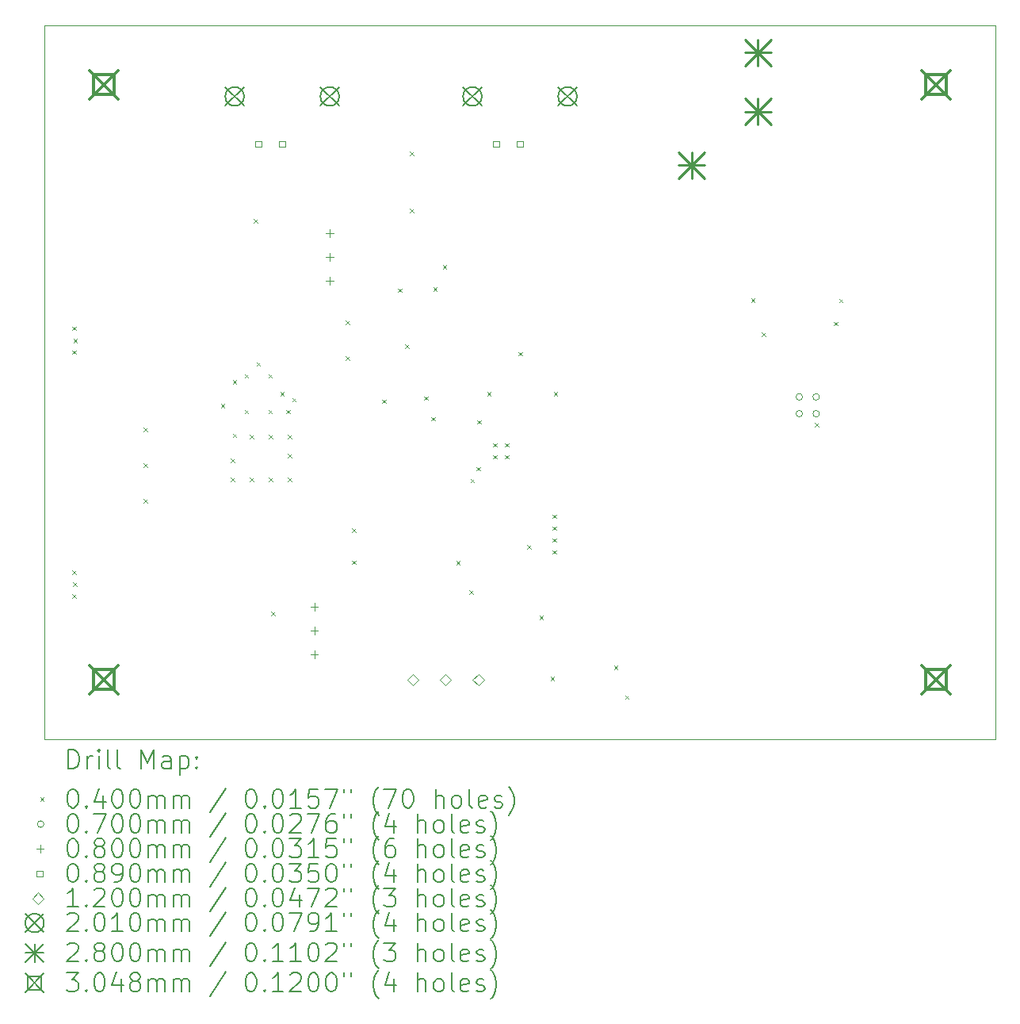
<source format=gbr>
%TF.GenerationSoftware,KiCad,Pcbnew,7.0.10*%
%TF.CreationDate,2024-03-12T19:05:46-04:00*%
%TF.ProjectId,current_controller,63757272-656e-4745-9f63-6f6e74726f6c,rev?*%
%TF.SameCoordinates,Original*%
%TF.FileFunction,Drillmap*%
%TF.FilePolarity,Positive*%
%FSLAX45Y45*%
G04 Gerber Fmt 4.5, Leading zero omitted, Abs format (unit mm)*
G04 Created by KiCad (PCBNEW 7.0.10) date 2024-03-12 19:05:46*
%MOMM*%
%LPD*%
G01*
G04 APERTURE LIST*
%ADD10C,0.100000*%
%ADD11C,0.200000*%
%ADD12C,0.120000*%
%ADD13C,0.201000*%
%ADD14C,0.280000*%
%ADD15C,0.304800*%
G04 APERTURE END LIST*
D10*
X4826000Y-3810000D02*
X14986000Y-3810000D01*
X14986000Y-11430000D01*
X4826000Y-11430000D01*
X4826000Y-3810000D01*
D11*
D10*
X5123500Y-7028500D02*
X5163500Y-7068500D01*
X5163500Y-7028500D02*
X5123500Y-7068500D01*
X5123500Y-7282500D02*
X5163500Y-7322500D01*
X5163500Y-7282500D02*
X5123500Y-7322500D01*
X5123500Y-9632000D02*
X5163500Y-9672000D01*
X5163500Y-9632000D02*
X5123500Y-9672000D01*
X5123500Y-9886000D02*
X5163500Y-9926000D01*
X5163500Y-9886000D02*
X5123500Y-9926000D01*
X5129208Y-9756299D02*
X5169208Y-9796299D01*
X5169208Y-9756299D02*
X5129208Y-9796299D01*
X5134822Y-7160020D02*
X5174822Y-7200020D01*
X5174822Y-7160020D02*
X5134822Y-7200020D01*
X5885500Y-8108000D02*
X5925500Y-8148000D01*
X5925500Y-8108000D02*
X5885500Y-8148000D01*
X5885500Y-8489000D02*
X5925500Y-8529000D01*
X5925500Y-8489000D02*
X5885500Y-8529000D01*
X5885500Y-8870000D02*
X5925500Y-8910000D01*
X5925500Y-8870000D02*
X5885500Y-8910000D01*
X6711000Y-7854000D02*
X6751000Y-7894000D01*
X6751000Y-7854000D02*
X6711000Y-7894000D01*
X6814230Y-8437650D02*
X6854230Y-8477650D01*
X6854230Y-8437650D02*
X6814230Y-8477650D01*
X6814230Y-8640850D02*
X6854230Y-8680850D01*
X6854230Y-8640850D02*
X6814230Y-8680850D01*
X6838000Y-7600000D02*
X6878000Y-7640000D01*
X6878000Y-7600000D02*
X6838000Y-7640000D01*
X6838000Y-8171500D02*
X6878000Y-8211500D01*
X6878000Y-8171500D02*
X6838000Y-8211500D01*
X6965000Y-7536500D02*
X7005000Y-7576500D01*
X7005000Y-7536500D02*
X6965000Y-7576500D01*
X6965000Y-7917500D02*
X7005000Y-7957500D01*
X7005000Y-7917500D02*
X6965000Y-7957500D01*
X7017430Y-8183650D02*
X7057430Y-8223650D01*
X7057430Y-8183650D02*
X7017430Y-8223650D01*
X7017430Y-8640850D02*
X7057430Y-8680850D01*
X7057430Y-8640850D02*
X7017430Y-8680850D01*
X7064831Y-5878210D02*
X7104831Y-5918210D01*
X7104831Y-5878210D02*
X7064831Y-5918210D01*
X7092000Y-7409500D02*
X7132000Y-7449500D01*
X7132000Y-7409500D02*
X7092000Y-7449500D01*
X7219000Y-7536500D02*
X7259000Y-7576500D01*
X7259000Y-7536500D02*
X7219000Y-7576500D01*
X7219000Y-7917500D02*
X7259000Y-7957500D01*
X7259000Y-7917500D02*
X7219000Y-7957500D01*
X7220630Y-8183650D02*
X7260630Y-8223650D01*
X7260630Y-8183650D02*
X7220630Y-8223650D01*
X7220630Y-8640850D02*
X7260630Y-8680850D01*
X7260630Y-8640850D02*
X7220630Y-8680850D01*
X7249872Y-10072706D02*
X7289872Y-10112706D01*
X7289872Y-10072706D02*
X7249872Y-10112706D01*
X7346000Y-7727000D02*
X7386000Y-7767000D01*
X7386000Y-7727000D02*
X7346000Y-7767000D01*
X7409500Y-7917500D02*
X7449500Y-7957500D01*
X7449500Y-7917500D02*
X7409500Y-7957500D01*
X7423830Y-8183650D02*
X7463830Y-8223650D01*
X7463830Y-8183650D02*
X7423830Y-8223650D01*
X7423830Y-8386850D02*
X7463830Y-8426850D01*
X7463830Y-8386850D02*
X7423830Y-8426850D01*
X7423830Y-8640850D02*
X7463830Y-8680850D01*
X7463830Y-8640850D02*
X7423830Y-8680850D01*
X7473000Y-7790500D02*
X7513000Y-7830500D01*
X7513000Y-7790500D02*
X7473000Y-7830500D01*
X8044500Y-6965000D02*
X8084500Y-7005000D01*
X8084500Y-6965000D02*
X8044500Y-7005000D01*
X8044500Y-7346000D02*
X8084500Y-7386000D01*
X8084500Y-7346000D02*
X8044500Y-7386000D01*
X8111214Y-9183593D02*
X8151214Y-9223593D01*
X8151214Y-9183593D02*
X8111214Y-9223593D01*
X8111214Y-9525234D02*
X8151214Y-9565234D01*
X8151214Y-9525234D02*
X8111214Y-9565234D01*
X8431608Y-7807612D02*
X8471608Y-7847612D01*
X8471608Y-7807612D02*
X8431608Y-7847612D01*
X8602750Y-6620470D02*
X8642750Y-6660470D01*
X8642750Y-6620470D02*
X8602750Y-6660470D01*
X8679500Y-7219000D02*
X8719500Y-7259000D01*
X8719500Y-7219000D02*
X8679500Y-7259000D01*
X8729750Y-5159970D02*
X8769750Y-5199970D01*
X8769750Y-5159970D02*
X8729750Y-5199970D01*
X8731130Y-5773345D02*
X8771130Y-5813345D01*
X8771130Y-5773345D02*
X8731130Y-5813345D01*
X8882543Y-7773611D02*
X8922543Y-7813611D01*
X8922543Y-7773611D02*
X8882543Y-7813611D01*
X8960024Y-7993745D02*
X9000024Y-8033745D01*
X9000024Y-7993745D02*
X8960024Y-8033745D01*
X8979156Y-6606679D02*
X9019156Y-6646679D01*
X9019156Y-6606679D02*
X8979156Y-6646679D01*
X9080524Y-6370504D02*
X9120524Y-6410504D01*
X9120524Y-6370504D02*
X9080524Y-6410504D01*
X9224407Y-9529894D02*
X9264407Y-9569894D01*
X9264407Y-9529894D02*
X9224407Y-9569894D01*
X9364025Y-9842447D02*
X9404025Y-9882447D01*
X9404025Y-9842447D02*
X9364025Y-9882447D01*
X9378000Y-8652470D02*
X9418000Y-8692470D01*
X9418000Y-8652470D02*
X9378000Y-8692470D01*
X9441500Y-8525470D02*
X9481500Y-8565470D01*
X9481500Y-8525470D02*
X9441500Y-8565470D01*
X9449083Y-8027212D02*
X9489083Y-8067212D01*
X9489083Y-8027212D02*
X9449083Y-8067212D01*
X9555250Y-7724649D02*
X9595250Y-7764649D01*
X9595250Y-7724649D02*
X9555250Y-7764649D01*
X9618750Y-8271470D02*
X9658750Y-8311470D01*
X9658750Y-8271470D02*
X9618750Y-8311470D01*
X9618750Y-8398470D02*
X9658750Y-8438470D01*
X9658750Y-8398470D02*
X9618750Y-8438470D01*
X9745750Y-8271470D02*
X9785750Y-8311470D01*
X9785750Y-8271470D02*
X9745750Y-8311470D01*
X9745750Y-8398470D02*
X9785750Y-8438470D01*
X9785750Y-8398470D02*
X9745750Y-8438470D01*
X9892095Y-7298849D02*
X9932095Y-7338849D01*
X9932095Y-7298849D02*
X9892095Y-7338849D01*
X9983367Y-9363272D02*
X10023367Y-9403272D01*
X10023367Y-9363272D02*
X9983367Y-9403272D01*
X10114050Y-10112970D02*
X10154050Y-10152970D01*
X10154050Y-10112970D02*
X10114050Y-10152970D01*
X10232785Y-10762937D02*
X10272785Y-10802937D01*
X10272785Y-10762937D02*
X10232785Y-10802937D01*
X10253750Y-9033470D02*
X10293750Y-9073470D01*
X10293750Y-9033470D02*
X10253750Y-9073470D01*
X10253750Y-9160470D02*
X10293750Y-9200470D01*
X10293750Y-9160470D02*
X10253750Y-9200470D01*
X10253750Y-9287470D02*
X10293750Y-9327470D01*
X10293750Y-9287470D02*
X10253750Y-9327470D01*
X10253750Y-9414470D02*
X10293750Y-9454470D01*
X10293750Y-9414470D02*
X10253750Y-9454470D01*
X10265729Y-7725370D02*
X10305729Y-7765370D01*
X10305729Y-7725370D02*
X10265729Y-7765370D01*
X10910358Y-10645491D02*
X10950358Y-10685491D01*
X10950358Y-10645491D02*
X10910358Y-10685491D01*
X11029000Y-10965500D02*
X11069000Y-11005500D01*
X11069000Y-10965500D02*
X11029000Y-11005500D01*
X12374736Y-6726395D02*
X12414736Y-6766395D01*
X12414736Y-6726395D02*
X12374736Y-6766395D01*
X12487264Y-7091667D02*
X12527264Y-7131667D01*
X12527264Y-7091667D02*
X12487264Y-7131667D01*
X13057059Y-8054433D02*
X13097059Y-8094433D01*
X13097059Y-8054433D02*
X13057059Y-8094433D01*
X13258084Y-6977622D02*
X13298084Y-7017622D01*
X13298084Y-6977622D02*
X13258084Y-7017622D01*
X13315000Y-6731978D02*
X13355000Y-6771978D01*
X13355000Y-6731978D02*
X13315000Y-6771978D01*
X12925500Y-7778873D02*
G75*
G03*
X12855500Y-7778873I-35000J0D01*
G01*
X12855500Y-7778873D02*
G75*
G03*
X12925500Y-7778873I35000J0D01*
G01*
X12925500Y-7958478D02*
G75*
G03*
X12855500Y-7958478I-35000J0D01*
G01*
X12855500Y-7958478D02*
G75*
G03*
X12925500Y-7958478I35000J0D01*
G01*
X13105105Y-7778873D02*
G75*
G03*
X13035105Y-7778873I-35000J0D01*
G01*
X13035105Y-7778873D02*
G75*
G03*
X13105105Y-7778873I35000J0D01*
G01*
X13105105Y-7958478D02*
G75*
G03*
X13035105Y-7958478I-35000J0D01*
G01*
X13035105Y-7958478D02*
G75*
G03*
X13105105Y-7958478I35000J0D01*
G01*
X7710530Y-9979750D02*
X7710530Y-10059750D01*
X7670530Y-10019750D02*
X7750530Y-10019750D01*
X7710530Y-10233750D02*
X7710530Y-10313750D01*
X7670530Y-10273750D02*
X7750530Y-10273750D01*
X7710530Y-10487750D02*
X7710530Y-10567750D01*
X7670530Y-10527750D02*
X7750530Y-10527750D01*
X7874000Y-5992500D02*
X7874000Y-6072500D01*
X7834000Y-6032500D02*
X7914000Y-6032500D01*
X7874000Y-6246500D02*
X7874000Y-6326500D01*
X7834000Y-6286500D02*
X7914000Y-6286500D01*
X7874000Y-6500500D02*
X7874000Y-6580500D01*
X7834000Y-6540500D02*
X7914000Y-6540500D01*
X7143467Y-5111467D02*
X7143467Y-5048533D01*
X7080533Y-5048533D01*
X7080533Y-5111467D01*
X7143467Y-5111467D01*
X7397467Y-5111467D02*
X7397467Y-5048533D01*
X7334533Y-5048533D01*
X7334533Y-5111467D01*
X7397467Y-5111467D01*
X9683467Y-5111467D02*
X9683467Y-5048533D01*
X9620533Y-5048533D01*
X9620533Y-5111467D01*
X9683467Y-5111467D01*
X9937467Y-5111467D02*
X9937467Y-5048533D01*
X9874533Y-5048533D01*
X9874533Y-5111467D01*
X9937467Y-5111467D01*
D12*
X8761500Y-10855000D02*
X8821500Y-10795000D01*
X8761500Y-10735000D01*
X8701500Y-10795000D01*
X8761500Y-10855000D01*
X9111500Y-10855000D02*
X9171500Y-10795000D01*
X9111500Y-10735000D01*
X9051500Y-10795000D01*
X9111500Y-10855000D01*
X9461500Y-10855000D02*
X9521500Y-10795000D01*
X9461500Y-10735000D01*
X9401500Y-10795000D01*
X9461500Y-10855000D01*
D13*
X6757500Y-4471500D02*
X6958500Y-4672500D01*
X6958500Y-4471500D02*
X6757500Y-4672500D01*
X6958500Y-4572000D02*
G75*
G03*
X6757500Y-4572000I-100500J0D01*
G01*
X6757500Y-4572000D02*
G75*
G03*
X6958500Y-4572000I100500J0D01*
G01*
X7773500Y-4471500D02*
X7974500Y-4672500D01*
X7974500Y-4471500D02*
X7773500Y-4672500D01*
X7974500Y-4572000D02*
G75*
G03*
X7773500Y-4572000I-100500J0D01*
G01*
X7773500Y-4572000D02*
G75*
G03*
X7974500Y-4572000I100500J0D01*
G01*
X9297500Y-4471500D02*
X9498500Y-4672500D01*
X9498500Y-4471500D02*
X9297500Y-4672500D01*
X9498500Y-4572000D02*
G75*
G03*
X9297500Y-4572000I-100500J0D01*
G01*
X9297500Y-4572000D02*
G75*
G03*
X9498500Y-4572000I100500J0D01*
G01*
X10313500Y-4471500D02*
X10514500Y-4672500D01*
X10514500Y-4471500D02*
X10313500Y-4672500D01*
X10514500Y-4572000D02*
G75*
G03*
X10313500Y-4572000I-100500J0D01*
G01*
X10313500Y-4572000D02*
G75*
G03*
X10514500Y-4572000I100500J0D01*
G01*
D14*
X11602000Y-5164614D02*
X11882000Y-5444614D01*
X11882000Y-5164614D02*
X11602000Y-5444614D01*
X11742000Y-5164614D02*
X11742000Y-5444614D01*
X11602000Y-5304614D02*
X11882000Y-5304614D01*
X12306000Y-3964614D02*
X12586000Y-4244614D01*
X12586000Y-3964614D02*
X12306000Y-4244614D01*
X12446000Y-3964614D02*
X12446000Y-4244614D01*
X12306000Y-4104614D02*
X12586000Y-4104614D01*
X12306000Y-4594614D02*
X12586000Y-4874614D01*
X12586000Y-4594614D02*
X12306000Y-4874614D01*
X12446000Y-4594614D02*
X12446000Y-4874614D01*
X12306000Y-4734614D02*
X12586000Y-4734614D01*
D15*
X5308600Y-4292600D02*
X5613400Y-4597400D01*
X5613400Y-4292600D02*
X5308600Y-4597400D01*
X5568764Y-4552764D02*
X5568764Y-4337236D01*
X5353236Y-4337236D01*
X5353236Y-4552764D01*
X5568764Y-4552764D01*
X5308600Y-10642600D02*
X5613400Y-10947400D01*
X5613400Y-10642600D02*
X5308600Y-10947400D01*
X5568764Y-10902764D02*
X5568764Y-10687236D01*
X5353236Y-10687236D01*
X5353236Y-10902764D01*
X5568764Y-10902764D01*
X14198600Y-4292600D02*
X14503400Y-4597400D01*
X14503400Y-4292600D02*
X14198600Y-4597400D01*
X14458764Y-4552764D02*
X14458764Y-4337236D01*
X14243236Y-4337236D01*
X14243236Y-4552764D01*
X14458764Y-4552764D01*
X14198600Y-10642600D02*
X14503400Y-10947400D01*
X14503400Y-10642600D02*
X14198600Y-10947400D01*
X14458764Y-10902764D02*
X14458764Y-10687236D01*
X14243236Y-10687236D01*
X14243236Y-10902764D01*
X14458764Y-10902764D01*
D11*
X5081777Y-11746484D02*
X5081777Y-11546484D01*
X5081777Y-11546484D02*
X5129396Y-11546484D01*
X5129396Y-11546484D02*
X5157967Y-11556008D01*
X5157967Y-11556008D02*
X5177015Y-11575055D01*
X5177015Y-11575055D02*
X5186539Y-11594103D01*
X5186539Y-11594103D02*
X5196063Y-11632198D01*
X5196063Y-11632198D02*
X5196063Y-11660769D01*
X5196063Y-11660769D02*
X5186539Y-11698865D01*
X5186539Y-11698865D02*
X5177015Y-11717912D01*
X5177015Y-11717912D02*
X5157967Y-11736960D01*
X5157967Y-11736960D02*
X5129396Y-11746484D01*
X5129396Y-11746484D02*
X5081777Y-11746484D01*
X5281777Y-11746484D02*
X5281777Y-11613150D01*
X5281777Y-11651246D02*
X5291301Y-11632198D01*
X5291301Y-11632198D02*
X5300824Y-11622674D01*
X5300824Y-11622674D02*
X5319872Y-11613150D01*
X5319872Y-11613150D02*
X5338920Y-11613150D01*
X5405586Y-11746484D02*
X5405586Y-11613150D01*
X5405586Y-11546484D02*
X5396063Y-11556008D01*
X5396063Y-11556008D02*
X5405586Y-11565531D01*
X5405586Y-11565531D02*
X5415110Y-11556008D01*
X5415110Y-11556008D02*
X5405586Y-11546484D01*
X5405586Y-11546484D02*
X5405586Y-11565531D01*
X5529396Y-11746484D02*
X5510348Y-11736960D01*
X5510348Y-11736960D02*
X5500824Y-11717912D01*
X5500824Y-11717912D02*
X5500824Y-11546484D01*
X5634158Y-11746484D02*
X5615110Y-11736960D01*
X5615110Y-11736960D02*
X5605586Y-11717912D01*
X5605586Y-11717912D02*
X5605586Y-11546484D01*
X5862729Y-11746484D02*
X5862729Y-11546484D01*
X5862729Y-11546484D02*
X5929396Y-11689341D01*
X5929396Y-11689341D02*
X5996062Y-11546484D01*
X5996062Y-11546484D02*
X5996062Y-11746484D01*
X6177015Y-11746484D02*
X6177015Y-11641722D01*
X6177015Y-11641722D02*
X6167491Y-11622674D01*
X6167491Y-11622674D02*
X6148443Y-11613150D01*
X6148443Y-11613150D02*
X6110348Y-11613150D01*
X6110348Y-11613150D02*
X6091301Y-11622674D01*
X6177015Y-11736960D02*
X6157967Y-11746484D01*
X6157967Y-11746484D02*
X6110348Y-11746484D01*
X6110348Y-11746484D02*
X6091301Y-11736960D01*
X6091301Y-11736960D02*
X6081777Y-11717912D01*
X6081777Y-11717912D02*
X6081777Y-11698865D01*
X6081777Y-11698865D02*
X6091301Y-11679817D01*
X6091301Y-11679817D02*
X6110348Y-11670293D01*
X6110348Y-11670293D02*
X6157967Y-11670293D01*
X6157967Y-11670293D02*
X6177015Y-11660769D01*
X6272253Y-11613150D02*
X6272253Y-11813150D01*
X6272253Y-11622674D02*
X6291301Y-11613150D01*
X6291301Y-11613150D02*
X6329396Y-11613150D01*
X6329396Y-11613150D02*
X6348443Y-11622674D01*
X6348443Y-11622674D02*
X6357967Y-11632198D01*
X6357967Y-11632198D02*
X6367491Y-11651246D01*
X6367491Y-11651246D02*
X6367491Y-11708388D01*
X6367491Y-11708388D02*
X6357967Y-11727436D01*
X6357967Y-11727436D02*
X6348443Y-11736960D01*
X6348443Y-11736960D02*
X6329396Y-11746484D01*
X6329396Y-11746484D02*
X6291301Y-11746484D01*
X6291301Y-11746484D02*
X6272253Y-11736960D01*
X6453205Y-11727436D02*
X6462729Y-11736960D01*
X6462729Y-11736960D02*
X6453205Y-11746484D01*
X6453205Y-11746484D02*
X6443682Y-11736960D01*
X6443682Y-11736960D02*
X6453205Y-11727436D01*
X6453205Y-11727436D02*
X6453205Y-11746484D01*
X6453205Y-11622674D02*
X6462729Y-11632198D01*
X6462729Y-11632198D02*
X6453205Y-11641722D01*
X6453205Y-11641722D02*
X6443682Y-11632198D01*
X6443682Y-11632198D02*
X6453205Y-11622674D01*
X6453205Y-11622674D02*
X6453205Y-11641722D01*
D10*
X4781000Y-12055000D02*
X4821000Y-12095000D01*
X4821000Y-12055000D02*
X4781000Y-12095000D01*
D11*
X5119872Y-11966484D02*
X5138920Y-11966484D01*
X5138920Y-11966484D02*
X5157967Y-11976008D01*
X5157967Y-11976008D02*
X5167491Y-11985531D01*
X5167491Y-11985531D02*
X5177015Y-12004579D01*
X5177015Y-12004579D02*
X5186539Y-12042674D01*
X5186539Y-12042674D02*
X5186539Y-12090293D01*
X5186539Y-12090293D02*
X5177015Y-12128388D01*
X5177015Y-12128388D02*
X5167491Y-12147436D01*
X5167491Y-12147436D02*
X5157967Y-12156960D01*
X5157967Y-12156960D02*
X5138920Y-12166484D01*
X5138920Y-12166484D02*
X5119872Y-12166484D01*
X5119872Y-12166484D02*
X5100824Y-12156960D01*
X5100824Y-12156960D02*
X5091301Y-12147436D01*
X5091301Y-12147436D02*
X5081777Y-12128388D01*
X5081777Y-12128388D02*
X5072253Y-12090293D01*
X5072253Y-12090293D02*
X5072253Y-12042674D01*
X5072253Y-12042674D02*
X5081777Y-12004579D01*
X5081777Y-12004579D02*
X5091301Y-11985531D01*
X5091301Y-11985531D02*
X5100824Y-11976008D01*
X5100824Y-11976008D02*
X5119872Y-11966484D01*
X5272253Y-12147436D02*
X5281777Y-12156960D01*
X5281777Y-12156960D02*
X5272253Y-12166484D01*
X5272253Y-12166484D02*
X5262729Y-12156960D01*
X5262729Y-12156960D02*
X5272253Y-12147436D01*
X5272253Y-12147436D02*
X5272253Y-12166484D01*
X5453205Y-12033150D02*
X5453205Y-12166484D01*
X5405586Y-11956960D02*
X5357967Y-12099817D01*
X5357967Y-12099817D02*
X5481777Y-12099817D01*
X5596062Y-11966484D02*
X5615110Y-11966484D01*
X5615110Y-11966484D02*
X5634158Y-11976008D01*
X5634158Y-11976008D02*
X5643682Y-11985531D01*
X5643682Y-11985531D02*
X5653205Y-12004579D01*
X5653205Y-12004579D02*
X5662729Y-12042674D01*
X5662729Y-12042674D02*
X5662729Y-12090293D01*
X5662729Y-12090293D02*
X5653205Y-12128388D01*
X5653205Y-12128388D02*
X5643682Y-12147436D01*
X5643682Y-12147436D02*
X5634158Y-12156960D01*
X5634158Y-12156960D02*
X5615110Y-12166484D01*
X5615110Y-12166484D02*
X5596062Y-12166484D01*
X5596062Y-12166484D02*
X5577015Y-12156960D01*
X5577015Y-12156960D02*
X5567491Y-12147436D01*
X5567491Y-12147436D02*
X5557967Y-12128388D01*
X5557967Y-12128388D02*
X5548444Y-12090293D01*
X5548444Y-12090293D02*
X5548444Y-12042674D01*
X5548444Y-12042674D02*
X5557967Y-12004579D01*
X5557967Y-12004579D02*
X5567491Y-11985531D01*
X5567491Y-11985531D02*
X5577015Y-11976008D01*
X5577015Y-11976008D02*
X5596062Y-11966484D01*
X5786539Y-11966484D02*
X5805586Y-11966484D01*
X5805586Y-11966484D02*
X5824634Y-11976008D01*
X5824634Y-11976008D02*
X5834158Y-11985531D01*
X5834158Y-11985531D02*
X5843682Y-12004579D01*
X5843682Y-12004579D02*
X5853205Y-12042674D01*
X5853205Y-12042674D02*
X5853205Y-12090293D01*
X5853205Y-12090293D02*
X5843682Y-12128388D01*
X5843682Y-12128388D02*
X5834158Y-12147436D01*
X5834158Y-12147436D02*
X5824634Y-12156960D01*
X5824634Y-12156960D02*
X5805586Y-12166484D01*
X5805586Y-12166484D02*
X5786539Y-12166484D01*
X5786539Y-12166484D02*
X5767491Y-12156960D01*
X5767491Y-12156960D02*
X5757967Y-12147436D01*
X5757967Y-12147436D02*
X5748443Y-12128388D01*
X5748443Y-12128388D02*
X5738920Y-12090293D01*
X5738920Y-12090293D02*
X5738920Y-12042674D01*
X5738920Y-12042674D02*
X5748443Y-12004579D01*
X5748443Y-12004579D02*
X5757967Y-11985531D01*
X5757967Y-11985531D02*
X5767491Y-11976008D01*
X5767491Y-11976008D02*
X5786539Y-11966484D01*
X5938920Y-12166484D02*
X5938920Y-12033150D01*
X5938920Y-12052198D02*
X5948443Y-12042674D01*
X5948443Y-12042674D02*
X5967491Y-12033150D01*
X5967491Y-12033150D02*
X5996063Y-12033150D01*
X5996063Y-12033150D02*
X6015110Y-12042674D01*
X6015110Y-12042674D02*
X6024634Y-12061722D01*
X6024634Y-12061722D02*
X6024634Y-12166484D01*
X6024634Y-12061722D02*
X6034158Y-12042674D01*
X6034158Y-12042674D02*
X6053205Y-12033150D01*
X6053205Y-12033150D02*
X6081777Y-12033150D01*
X6081777Y-12033150D02*
X6100824Y-12042674D01*
X6100824Y-12042674D02*
X6110348Y-12061722D01*
X6110348Y-12061722D02*
X6110348Y-12166484D01*
X6205586Y-12166484D02*
X6205586Y-12033150D01*
X6205586Y-12052198D02*
X6215110Y-12042674D01*
X6215110Y-12042674D02*
X6234158Y-12033150D01*
X6234158Y-12033150D02*
X6262729Y-12033150D01*
X6262729Y-12033150D02*
X6281777Y-12042674D01*
X6281777Y-12042674D02*
X6291301Y-12061722D01*
X6291301Y-12061722D02*
X6291301Y-12166484D01*
X6291301Y-12061722D02*
X6300824Y-12042674D01*
X6300824Y-12042674D02*
X6319872Y-12033150D01*
X6319872Y-12033150D02*
X6348443Y-12033150D01*
X6348443Y-12033150D02*
X6367491Y-12042674D01*
X6367491Y-12042674D02*
X6377015Y-12061722D01*
X6377015Y-12061722D02*
X6377015Y-12166484D01*
X6767491Y-11956960D02*
X6596063Y-12214103D01*
X7024634Y-11966484D02*
X7043682Y-11966484D01*
X7043682Y-11966484D02*
X7062729Y-11976008D01*
X7062729Y-11976008D02*
X7072253Y-11985531D01*
X7072253Y-11985531D02*
X7081777Y-12004579D01*
X7081777Y-12004579D02*
X7091301Y-12042674D01*
X7091301Y-12042674D02*
X7091301Y-12090293D01*
X7091301Y-12090293D02*
X7081777Y-12128388D01*
X7081777Y-12128388D02*
X7072253Y-12147436D01*
X7072253Y-12147436D02*
X7062729Y-12156960D01*
X7062729Y-12156960D02*
X7043682Y-12166484D01*
X7043682Y-12166484D02*
X7024634Y-12166484D01*
X7024634Y-12166484D02*
X7005586Y-12156960D01*
X7005586Y-12156960D02*
X6996063Y-12147436D01*
X6996063Y-12147436D02*
X6986539Y-12128388D01*
X6986539Y-12128388D02*
X6977015Y-12090293D01*
X6977015Y-12090293D02*
X6977015Y-12042674D01*
X6977015Y-12042674D02*
X6986539Y-12004579D01*
X6986539Y-12004579D02*
X6996063Y-11985531D01*
X6996063Y-11985531D02*
X7005586Y-11976008D01*
X7005586Y-11976008D02*
X7024634Y-11966484D01*
X7177015Y-12147436D02*
X7186539Y-12156960D01*
X7186539Y-12156960D02*
X7177015Y-12166484D01*
X7177015Y-12166484D02*
X7167491Y-12156960D01*
X7167491Y-12156960D02*
X7177015Y-12147436D01*
X7177015Y-12147436D02*
X7177015Y-12166484D01*
X7310348Y-11966484D02*
X7329396Y-11966484D01*
X7329396Y-11966484D02*
X7348444Y-11976008D01*
X7348444Y-11976008D02*
X7357967Y-11985531D01*
X7357967Y-11985531D02*
X7367491Y-12004579D01*
X7367491Y-12004579D02*
X7377015Y-12042674D01*
X7377015Y-12042674D02*
X7377015Y-12090293D01*
X7377015Y-12090293D02*
X7367491Y-12128388D01*
X7367491Y-12128388D02*
X7357967Y-12147436D01*
X7357967Y-12147436D02*
X7348444Y-12156960D01*
X7348444Y-12156960D02*
X7329396Y-12166484D01*
X7329396Y-12166484D02*
X7310348Y-12166484D01*
X7310348Y-12166484D02*
X7291301Y-12156960D01*
X7291301Y-12156960D02*
X7281777Y-12147436D01*
X7281777Y-12147436D02*
X7272253Y-12128388D01*
X7272253Y-12128388D02*
X7262729Y-12090293D01*
X7262729Y-12090293D02*
X7262729Y-12042674D01*
X7262729Y-12042674D02*
X7272253Y-12004579D01*
X7272253Y-12004579D02*
X7281777Y-11985531D01*
X7281777Y-11985531D02*
X7291301Y-11976008D01*
X7291301Y-11976008D02*
X7310348Y-11966484D01*
X7567491Y-12166484D02*
X7453206Y-12166484D01*
X7510348Y-12166484D02*
X7510348Y-11966484D01*
X7510348Y-11966484D02*
X7491301Y-11995055D01*
X7491301Y-11995055D02*
X7472253Y-12014103D01*
X7472253Y-12014103D02*
X7453206Y-12023627D01*
X7748444Y-11966484D02*
X7653206Y-11966484D01*
X7653206Y-11966484D02*
X7643682Y-12061722D01*
X7643682Y-12061722D02*
X7653206Y-12052198D01*
X7653206Y-12052198D02*
X7672253Y-12042674D01*
X7672253Y-12042674D02*
X7719872Y-12042674D01*
X7719872Y-12042674D02*
X7738920Y-12052198D01*
X7738920Y-12052198D02*
X7748444Y-12061722D01*
X7748444Y-12061722D02*
X7757967Y-12080769D01*
X7757967Y-12080769D02*
X7757967Y-12128388D01*
X7757967Y-12128388D02*
X7748444Y-12147436D01*
X7748444Y-12147436D02*
X7738920Y-12156960D01*
X7738920Y-12156960D02*
X7719872Y-12166484D01*
X7719872Y-12166484D02*
X7672253Y-12166484D01*
X7672253Y-12166484D02*
X7653206Y-12156960D01*
X7653206Y-12156960D02*
X7643682Y-12147436D01*
X7824634Y-11966484D02*
X7957967Y-11966484D01*
X7957967Y-11966484D02*
X7872253Y-12166484D01*
X8024634Y-11966484D02*
X8024634Y-12004579D01*
X8100825Y-11966484D02*
X8100825Y-12004579D01*
X8396063Y-12242674D02*
X8386539Y-12233150D01*
X8386539Y-12233150D02*
X8367491Y-12204579D01*
X8367491Y-12204579D02*
X8357968Y-12185531D01*
X8357968Y-12185531D02*
X8348444Y-12156960D01*
X8348444Y-12156960D02*
X8338920Y-12109341D01*
X8338920Y-12109341D02*
X8338920Y-12071246D01*
X8338920Y-12071246D02*
X8348444Y-12023627D01*
X8348444Y-12023627D02*
X8357968Y-11995055D01*
X8357968Y-11995055D02*
X8367491Y-11976008D01*
X8367491Y-11976008D02*
X8386539Y-11947436D01*
X8386539Y-11947436D02*
X8396063Y-11937912D01*
X8453206Y-11966484D02*
X8586539Y-11966484D01*
X8586539Y-11966484D02*
X8500825Y-12166484D01*
X8700825Y-11966484D02*
X8719872Y-11966484D01*
X8719872Y-11966484D02*
X8738920Y-11976008D01*
X8738920Y-11976008D02*
X8748444Y-11985531D01*
X8748444Y-11985531D02*
X8757968Y-12004579D01*
X8757968Y-12004579D02*
X8767491Y-12042674D01*
X8767491Y-12042674D02*
X8767491Y-12090293D01*
X8767491Y-12090293D02*
X8757968Y-12128388D01*
X8757968Y-12128388D02*
X8748444Y-12147436D01*
X8748444Y-12147436D02*
X8738920Y-12156960D01*
X8738920Y-12156960D02*
X8719872Y-12166484D01*
X8719872Y-12166484D02*
X8700825Y-12166484D01*
X8700825Y-12166484D02*
X8681777Y-12156960D01*
X8681777Y-12156960D02*
X8672253Y-12147436D01*
X8672253Y-12147436D02*
X8662730Y-12128388D01*
X8662730Y-12128388D02*
X8653206Y-12090293D01*
X8653206Y-12090293D02*
X8653206Y-12042674D01*
X8653206Y-12042674D02*
X8662730Y-12004579D01*
X8662730Y-12004579D02*
X8672253Y-11985531D01*
X8672253Y-11985531D02*
X8681777Y-11976008D01*
X8681777Y-11976008D02*
X8700825Y-11966484D01*
X9005587Y-12166484D02*
X9005587Y-11966484D01*
X9091301Y-12166484D02*
X9091301Y-12061722D01*
X9091301Y-12061722D02*
X9081777Y-12042674D01*
X9081777Y-12042674D02*
X9062730Y-12033150D01*
X9062730Y-12033150D02*
X9034158Y-12033150D01*
X9034158Y-12033150D02*
X9015111Y-12042674D01*
X9015111Y-12042674D02*
X9005587Y-12052198D01*
X9215111Y-12166484D02*
X9196063Y-12156960D01*
X9196063Y-12156960D02*
X9186539Y-12147436D01*
X9186539Y-12147436D02*
X9177015Y-12128388D01*
X9177015Y-12128388D02*
X9177015Y-12071246D01*
X9177015Y-12071246D02*
X9186539Y-12052198D01*
X9186539Y-12052198D02*
X9196063Y-12042674D01*
X9196063Y-12042674D02*
X9215111Y-12033150D01*
X9215111Y-12033150D02*
X9243682Y-12033150D01*
X9243682Y-12033150D02*
X9262730Y-12042674D01*
X9262730Y-12042674D02*
X9272253Y-12052198D01*
X9272253Y-12052198D02*
X9281777Y-12071246D01*
X9281777Y-12071246D02*
X9281777Y-12128388D01*
X9281777Y-12128388D02*
X9272253Y-12147436D01*
X9272253Y-12147436D02*
X9262730Y-12156960D01*
X9262730Y-12156960D02*
X9243682Y-12166484D01*
X9243682Y-12166484D02*
X9215111Y-12166484D01*
X9396063Y-12166484D02*
X9377015Y-12156960D01*
X9377015Y-12156960D02*
X9367492Y-12137912D01*
X9367492Y-12137912D02*
X9367492Y-11966484D01*
X9548444Y-12156960D02*
X9529396Y-12166484D01*
X9529396Y-12166484D02*
X9491301Y-12166484D01*
X9491301Y-12166484D02*
X9472253Y-12156960D01*
X9472253Y-12156960D02*
X9462730Y-12137912D01*
X9462730Y-12137912D02*
X9462730Y-12061722D01*
X9462730Y-12061722D02*
X9472253Y-12042674D01*
X9472253Y-12042674D02*
X9491301Y-12033150D01*
X9491301Y-12033150D02*
X9529396Y-12033150D01*
X9529396Y-12033150D02*
X9548444Y-12042674D01*
X9548444Y-12042674D02*
X9557968Y-12061722D01*
X9557968Y-12061722D02*
X9557968Y-12080769D01*
X9557968Y-12080769D02*
X9462730Y-12099817D01*
X9634158Y-12156960D02*
X9653206Y-12166484D01*
X9653206Y-12166484D02*
X9691301Y-12166484D01*
X9691301Y-12166484D02*
X9710349Y-12156960D01*
X9710349Y-12156960D02*
X9719873Y-12137912D01*
X9719873Y-12137912D02*
X9719873Y-12128388D01*
X9719873Y-12128388D02*
X9710349Y-12109341D01*
X9710349Y-12109341D02*
X9691301Y-12099817D01*
X9691301Y-12099817D02*
X9662730Y-12099817D01*
X9662730Y-12099817D02*
X9643682Y-12090293D01*
X9643682Y-12090293D02*
X9634158Y-12071246D01*
X9634158Y-12071246D02*
X9634158Y-12061722D01*
X9634158Y-12061722D02*
X9643682Y-12042674D01*
X9643682Y-12042674D02*
X9662730Y-12033150D01*
X9662730Y-12033150D02*
X9691301Y-12033150D01*
X9691301Y-12033150D02*
X9710349Y-12042674D01*
X9786539Y-12242674D02*
X9796063Y-12233150D01*
X9796063Y-12233150D02*
X9815111Y-12204579D01*
X9815111Y-12204579D02*
X9824634Y-12185531D01*
X9824634Y-12185531D02*
X9834158Y-12156960D01*
X9834158Y-12156960D02*
X9843682Y-12109341D01*
X9843682Y-12109341D02*
X9843682Y-12071246D01*
X9843682Y-12071246D02*
X9834158Y-12023627D01*
X9834158Y-12023627D02*
X9824634Y-11995055D01*
X9824634Y-11995055D02*
X9815111Y-11976008D01*
X9815111Y-11976008D02*
X9796063Y-11947436D01*
X9796063Y-11947436D02*
X9786539Y-11937912D01*
D10*
X4821000Y-12339000D02*
G75*
G03*
X4751000Y-12339000I-35000J0D01*
G01*
X4751000Y-12339000D02*
G75*
G03*
X4821000Y-12339000I35000J0D01*
G01*
D11*
X5119872Y-12230484D02*
X5138920Y-12230484D01*
X5138920Y-12230484D02*
X5157967Y-12240008D01*
X5157967Y-12240008D02*
X5167491Y-12249531D01*
X5167491Y-12249531D02*
X5177015Y-12268579D01*
X5177015Y-12268579D02*
X5186539Y-12306674D01*
X5186539Y-12306674D02*
X5186539Y-12354293D01*
X5186539Y-12354293D02*
X5177015Y-12392388D01*
X5177015Y-12392388D02*
X5167491Y-12411436D01*
X5167491Y-12411436D02*
X5157967Y-12420960D01*
X5157967Y-12420960D02*
X5138920Y-12430484D01*
X5138920Y-12430484D02*
X5119872Y-12430484D01*
X5119872Y-12430484D02*
X5100824Y-12420960D01*
X5100824Y-12420960D02*
X5091301Y-12411436D01*
X5091301Y-12411436D02*
X5081777Y-12392388D01*
X5081777Y-12392388D02*
X5072253Y-12354293D01*
X5072253Y-12354293D02*
X5072253Y-12306674D01*
X5072253Y-12306674D02*
X5081777Y-12268579D01*
X5081777Y-12268579D02*
X5091301Y-12249531D01*
X5091301Y-12249531D02*
X5100824Y-12240008D01*
X5100824Y-12240008D02*
X5119872Y-12230484D01*
X5272253Y-12411436D02*
X5281777Y-12420960D01*
X5281777Y-12420960D02*
X5272253Y-12430484D01*
X5272253Y-12430484D02*
X5262729Y-12420960D01*
X5262729Y-12420960D02*
X5272253Y-12411436D01*
X5272253Y-12411436D02*
X5272253Y-12430484D01*
X5348444Y-12230484D02*
X5481777Y-12230484D01*
X5481777Y-12230484D02*
X5396063Y-12430484D01*
X5596062Y-12230484D02*
X5615110Y-12230484D01*
X5615110Y-12230484D02*
X5634158Y-12240008D01*
X5634158Y-12240008D02*
X5643682Y-12249531D01*
X5643682Y-12249531D02*
X5653205Y-12268579D01*
X5653205Y-12268579D02*
X5662729Y-12306674D01*
X5662729Y-12306674D02*
X5662729Y-12354293D01*
X5662729Y-12354293D02*
X5653205Y-12392388D01*
X5653205Y-12392388D02*
X5643682Y-12411436D01*
X5643682Y-12411436D02*
X5634158Y-12420960D01*
X5634158Y-12420960D02*
X5615110Y-12430484D01*
X5615110Y-12430484D02*
X5596062Y-12430484D01*
X5596062Y-12430484D02*
X5577015Y-12420960D01*
X5577015Y-12420960D02*
X5567491Y-12411436D01*
X5567491Y-12411436D02*
X5557967Y-12392388D01*
X5557967Y-12392388D02*
X5548444Y-12354293D01*
X5548444Y-12354293D02*
X5548444Y-12306674D01*
X5548444Y-12306674D02*
X5557967Y-12268579D01*
X5557967Y-12268579D02*
X5567491Y-12249531D01*
X5567491Y-12249531D02*
X5577015Y-12240008D01*
X5577015Y-12240008D02*
X5596062Y-12230484D01*
X5786539Y-12230484D02*
X5805586Y-12230484D01*
X5805586Y-12230484D02*
X5824634Y-12240008D01*
X5824634Y-12240008D02*
X5834158Y-12249531D01*
X5834158Y-12249531D02*
X5843682Y-12268579D01*
X5843682Y-12268579D02*
X5853205Y-12306674D01*
X5853205Y-12306674D02*
X5853205Y-12354293D01*
X5853205Y-12354293D02*
X5843682Y-12392388D01*
X5843682Y-12392388D02*
X5834158Y-12411436D01*
X5834158Y-12411436D02*
X5824634Y-12420960D01*
X5824634Y-12420960D02*
X5805586Y-12430484D01*
X5805586Y-12430484D02*
X5786539Y-12430484D01*
X5786539Y-12430484D02*
X5767491Y-12420960D01*
X5767491Y-12420960D02*
X5757967Y-12411436D01*
X5757967Y-12411436D02*
X5748443Y-12392388D01*
X5748443Y-12392388D02*
X5738920Y-12354293D01*
X5738920Y-12354293D02*
X5738920Y-12306674D01*
X5738920Y-12306674D02*
X5748443Y-12268579D01*
X5748443Y-12268579D02*
X5757967Y-12249531D01*
X5757967Y-12249531D02*
X5767491Y-12240008D01*
X5767491Y-12240008D02*
X5786539Y-12230484D01*
X5938920Y-12430484D02*
X5938920Y-12297150D01*
X5938920Y-12316198D02*
X5948443Y-12306674D01*
X5948443Y-12306674D02*
X5967491Y-12297150D01*
X5967491Y-12297150D02*
X5996063Y-12297150D01*
X5996063Y-12297150D02*
X6015110Y-12306674D01*
X6015110Y-12306674D02*
X6024634Y-12325722D01*
X6024634Y-12325722D02*
X6024634Y-12430484D01*
X6024634Y-12325722D02*
X6034158Y-12306674D01*
X6034158Y-12306674D02*
X6053205Y-12297150D01*
X6053205Y-12297150D02*
X6081777Y-12297150D01*
X6081777Y-12297150D02*
X6100824Y-12306674D01*
X6100824Y-12306674D02*
X6110348Y-12325722D01*
X6110348Y-12325722D02*
X6110348Y-12430484D01*
X6205586Y-12430484D02*
X6205586Y-12297150D01*
X6205586Y-12316198D02*
X6215110Y-12306674D01*
X6215110Y-12306674D02*
X6234158Y-12297150D01*
X6234158Y-12297150D02*
X6262729Y-12297150D01*
X6262729Y-12297150D02*
X6281777Y-12306674D01*
X6281777Y-12306674D02*
X6291301Y-12325722D01*
X6291301Y-12325722D02*
X6291301Y-12430484D01*
X6291301Y-12325722D02*
X6300824Y-12306674D01*
X6300824Y-12306674D02*
X6319872Y-12297150D01*
X6319872Y-12297150D02*
X6348443Y-12297150D01*
X6348443Y-12297150D02*
X6367491Y-12306674D01*
X6367491Y-12306674D02*
X6377015Y-12325722D01*
X6377015Y-12325722D02*
X6377015Y-12430484D01*
X6767491Y-12220960D02*
X6596063Y-12478103D01*
X7024634Y-12230484D02*
X7043682Y-12230484D01*
X7043682Y-12230484D02*
X7062729Y-12240008D01*
X7062729Y-12240008D02*
X7072253Y-12249531D01*
X7072253Y-12249531D02*
X7081777Y-12268579D01*
X7081777Y-12268579D02*
X7091301Y-12306674D01*
X7091301Y-12306674D02*
X7091301Y-12354293D01*
X7091301Y-12354293D02*
X7081777Y-12392388D01*
X7081777Y-12392388D02*
X7072253Y-12411436D01*
X7072253Y-12411436D02*
X7062729Y-12420960D01*
X7062729Y-12420960D02*
X7043682Y-12430484D01*
X7043682Y-12430484D02*
X7024634Y-12430484D01*
X7024634Y-12430484D02*
X7005586Y-12420960D01*
X7005586Y-12420960D02*
X6996063Y-12411436D01*
X6996063Y-12411436D02*
X6986539Y-12392388D01*
X6986539Y-12392388D02*
X6977015Y-12354293D01*
X6977015Y-12354293D02*
X6977015Y-12306674D01*
X6977015Y-12306674D02*
X6986539Y-12268579D01*
X6986539Y-12268579D02*
X6996063Y-12249531D01*
X6996063Y-12249531D02*
X7005586Y-12240008D01*
X7005586Y-12240008D02*
X7024634Y-12230484D01*
X7177015Y-12411436D02*
X7186539Y-12420960D01*
X7186539Y-12420960D02*
X7177015Y-12430484D01*
X7177015Y-12430484D02*
X7167491Y-12420960D01*
X7167491Y-12420960D02*
X7177015Y-12411436D01*
X7177015Y-12411436D02*
X7177015Y-12430484D01*
X7310348Y-12230484D02*
X7329396Y-12230484D01*
X7329396Y-12230484D02*
X7348444Y-12240008D01*
X7348444Y-12240008D02*
X7357967Y-12249531D01*
X7357967Y-12249531D02*
X7367491Y-12268579D01*
X7367491Y-12268579D02*
X7377015Y-12306674D01*
X7377015Y-12306674D02*
X7377015Y-12354293D01*
X7377015Y-12354293D02*
X7367491Y-12392388D01*
X7367491Y-12392388D02*
X7357967Y-12411436D01*
X7357967Y-12411436D02*
X7348444Y-12420960D01*
X7348444Y-12420960D02*
X7329396Y-12430484D01*
X7329396Y-12430484D02*
X7310348Y-12430484D01*
X7310348Y-12430484D02*
X7291301Y-12420960D01*
X7291301Y-12420960D02*
X7281777Y-12411436D01*
X7281777Y-12411436D02*
X7272253Y-12392388D01*
X7272253Y-12392388D02*
X7262729Y-12354293D01*
X7262729Y-12354293D02*
X7262729Y-12306674D01*
X7262729Y-12306674D02*
X7272253Y-12268579D01*
X7272253Y-12268579D02*
X7281777Y-12249531D01*
X7281777Y-12249531D02*
X7291301Y-12240008D01*
X7291301Y-12240008D02*
X7310348Y-12230484D01*
X7453206Y-12249531D02*
X7462729Y-12240008D01*
X7462729Y-12240008D02*
X7481777Y-12230484D01*
X7481777Y-12230484D02*
X7529396Y-12230484D01*
X7529396Y-12230484D02*
X7548444Y-12240008D01*
X7548444Y-12240008D02*
X7557967Y-12249531D01*
X7557967Y-12249531D02*
X7567491Y-12268579D01*
X7567491Y-12268579D02*
X7567491Y-12287627D01*
X7567491Y-12287627D02*
X7557967Y-12316198D01*
X7557967Y-12316198D02*
X7443682Y-12430484D01*
X7443682Y-12430484D02*
X7567491Y-12430484D01*
X7634158Y-12230484D02*
X7767491Y-12230484D01*
X7767491Y-12230484D02*
X7681777Y-12430484D01*
X7929396Y-12230484D02*
X7891301Y-12230484D01*
X7891301Y-12230484D02*
X7872253Y-12240008D01*
X7872253Y-12240008D02*
X7862729Y-12249531D01*
X7862729Y-12249531D02*
X7843682Y-12278103D01*
X7843682Y-12278103D02*
X7834158Y-12316198D01*
X7834158Y-12316198D02*
X7834158Y-12392388D01*
X7834158Y-12392388D02*
X7843682Y-12411436D01*
X7843682Y-12411436D02*
X7853206Y-12420960D01*
X7853206Y-12420960D02*
X7872253Y-12430484D01*
X7872253Y-12430484D02*
X7910348Y-12430484D01*
X7910348Y-12430484D02*
X7929396Y-12420960D01*
X7929396Y-12420960D02*
X7938920Y-12411436D01*
X7938920Y-12411436D02*
X7948444Y-12392388D01*
X7948444Y-12392388D02*
X7948444Y-12344769D01*
X7948444Y-12344769D02*
X7938920Y-12325722D01*
X7938920Y-12325722D02*
X7929396Y-12316198D01*
X7929396Y-12316198D02*
X7910348Y-12306674D01*
X7910348Y-12306674D02*
X7872253Y-12306674D01*
X7872253Y-12306674D02*
X7853206Y-12316198D01*
X7853206Y-12316198D02*
X7843682Y-12325722D01*
X7843682Y-12325722D02*
X7834158Y-12344769D01*
X8024634Y-12230484D02*
X8024634Y-12268579D01*
X8100825Y-12230484D02*
X8100825Y-12268579D01*
X8396063Y-12506674D02*
X8386539Y-12497150D01*
X8386539Y-12497150D02*
X8367491Y-12468579D01*
X8367491Y-12468579D02*
X8357968Y-12449531D01*
X8357968Y-12449531D02*
X8348444Y-12420960D01*
X8348444Y-12420960D02*
X8338920Y-12373341D01*
X8338920Y-12373341D02*
X8338920Y-12335246D01*
X8338920Y-12335246D02*
X8348444Y-12287627D01*
X8348444Y-12287627D02*
X8357968Y-12259055D01*
X8357968Y-12259055D02*
X8367491Y-12240008D01*
X8367491Y-12240008D02*
X8386539Y-12211436D01*
X8386539Y-12211436D02*
X8396063Y-12201912D01*
X8557968Y-12297150D02*
X8557968Y-12430484D01*
X8510349Y-12220960D02*
X8462730Y-12363817D01*
X8462730Y-12363817D02*
X8586539Y-12363817D01*
X8815111Y-12430484D02*
X8815111Y-12230484D01*
X8900825Y-12430484D02*
X8900825Y-12325722D01*
X8900825Y-12325722D02*
X8891301Y-12306674D01*
X8891301Y-12306674D02*
X8872253Y-12297150D01*
X8872253Y-12297150D02*
X8843682Y-12297150D01*
X8843682Y-12297150D02*
X8824634Y-12306674D01*
X8824634Y-12306674D02*
X8815111Y-12316198D01*
X9024634Y-12430484D02*
X9005587Y-12420960D01*
X9005587Y-12420960D02*
X8996063Y-12411436D01*
X8996063Y-12411436D02*
X8986539Y-12392388D01*
X8986539Y-12392388D02*
X8986539Y-12335246D01*
X8986539Y-12335246D02*
X8996063Y-12316198D01*
X8996063Y-12316198D02*
X9005587Y-12306674D01*
X9005587Y-12306674D02*
X9024634Y-12297150D01*
X9024634Y-12297150D02*
X9053206Y-12297150D01*
X9053206Y-12297150D02*
X9072253Y-12306674D01*
X9072253Y-12306674D02*
X9081777Y-12316198D01*
X9081777Y-12316198D02*
X9091301Y-12335246D01*
X9091301Y-12335246D02*
X9091301Y-12392388D01*
X9091301Y-12392388D02*
X9081777Y-12411436D01*
X9081777Y-12411436D02*
X9072253Y-12420960D01*
X9072253Y-12420960D02*
X9053206Y-12430484D01*
X9053206Y-12430484D02*
X9024634Y-12430484D01*
X9205587Y-12430484D02*
X9186539Y-12420960D01*
X9186539Y-12420960D02*
X9177015Y-12401912D01*
X9177015Y-12401912D02*
X9177015Y-12230484D01*
X9357968Y-12420960D02*
X9338920Y-12430484D01*
X9338920Y-12430484D02*
X9300825Y-12430484D01*
X9300825Y-12430484D02*
X9281777Y-12420960D01*
X9281777Y-12420960D02*
X9272253Y-12401912D01*
X9272253Y-12401912D02*
X9272253Y-12325722D01*
X9272253Y-12325722D02*
X9281777Y-12306674D01*
X9281777Y-12306674D02*
X9300825Y-12297150D01*
X9300825Y-12297150D02*
X9338920Y-12297150D01*
X9338920Y-12297150D02*
X9357968Y-12306674D01*
X9357968Y-12306674D02*
X9367492Y-12325722D01*
X9367492Y-12325722D02*
X9367492Y-12344769D01*
X9367492Y-12344769D02*
X9272253Y-12363817D01*
X9443682Y-12420960D02*
X9462730Y-12430484D01*
X9462730Y-12430484D02*
X9500825Y-12430484D01*
X9500825Y-12430484D02*
X9519873Y-12420960D01*
X9519873Y-12420960D02*
X9529396Y-12401912D01*
X9529396Y-12401912D02*
X9529396Y-12392388D01*
X9529396Y-12392388D02*
X9519873Y-12373341D01*
X9519873Y-12373341D02*
X9500825Y-12363817D01*
X9500825Y-12363817D02*
X9472253Y-12363817D01*
X9472253Y-12363817D02*
X9453206Y-12354293D01*
X9453206Y-12354293D02*
X9443682Y-12335246D01*
X9443682Y-12335246D02*
X9443682Y-12325722D01*
X9443682Y-12325722D02*
X9453206Y-12306674D01*
X9453206Y-12306674D02*
X9472253Y-12297150D01*
X9472253Y-12297150D02*
X9500825Y-12297150D01*
X9500825Y-12297150D02*
X9519873Y-12306674D01*
X9596063Y-12506674D02*
X9605587Y-12497150D01*
X9605587Y-12497150D02*
X9624634Y-12468579D01*
X9624634Y-12468579D02*
X9634158Y-12449531D01*
X9634158Y-12449531D02*
X9643682Y-12420960D01*
X9643682Y-12420960D02*
X9653206Y-12373341D01*
X9653206Y-12373341D02*
X9653206Y-12335246D01*
X9653206Y-12335246D02*
X9643682Y-12287627D01*
X9643682Y-12287627D02*
X9634158Y-12259055D01*
X9634158Y-12259055D02*
X9624634Y-12240008D01*
X9624634Y-12240008D02*
X9605587Y-12211436D01*
X9605587Y-12211436D02*
X9596063Y-12201912D01*
D10*
X4781000Y-12563000D02*
X4781000Y-12643000D01*
X4741000Y-12603000D02*
X4821000Y-12603000D01*
D11*
X5119872Y-12494484D02*
X5138920Y-12494484D01*
X5138920Y-12494484D02*
X5157967Y-12504008D01*
X5157967Y-12504008D02*
X5167491Y-12513531D01*
X5167491Y-12513531D02*
X5177015Y-12532579D01*
X5177015Y-12532579D02*
X5186539Y-12570674D01*
X5186539Y-12570674D02*
X5186539Y-12618293D01*
X5186539Y-12618293D02*
X5177015Y-12656388D01*
X5177015Y-12656388D02*
X5167491Y-12675436D01*
X5167491Y-12675436D02*
X5157967Y-12684960D01*
X5157967Y-12684960D02*
X5138920Y-12694484D01*
X5138920Y-12694484D02*
X5119872Y-12694484D01*
X5119872Y-12694484D02*
X5100824Y-12684960D01*
X5100824Y-12684960D02*
X5091301Y-12675436D01*
X5091301Y-12675436D02*
X5081777Y-12656388D01*
X5081777Y-12656388D02*
X5072253Y-12618293D01*
X5072253Y-12618293D02*
X5072253Y-12570674D01*
X5072253Y-12570674D02*
X5081777Y-12532579D01*
X5081777Y-12532579D02*
X5091301Y-12513531D01*
X5091301Y-12513531D02*
X5100824Y-12504008D01*
X5100824Y-12504008D02*
X5119872Y-12494484D01*
X5272253Y-12675436D02*
X5281777Y-12684960D01*
X5281777Y-12684960D02*
X5272253Y-12694484D01*
X5272253Y-12694484D02*
X5262729Y-12684960D01*
X5262729Y-12684960D02*
X5272253Y-12675436D01*
X5272253Y-12675436D02*
X5272253Y-12694484D01*
X5396063Y-12580198D02*
X5377015Y-12570674D01*
X5377015Y-12570674D02*
X5367491Y-12561150D01*
X5367491Y-12561150D02*
X5357967Y-12542103D01*
X5357967Y-12542103D02*
X5357967Y-12532579D01*
X5357967Y-12532579D02*
X5367491Y-12513531D01*
X5367491Y-12513531D02*
X5377015Y-12504008D01*
X5377015Y-12504008D02*
X5396063Y-12494484D01*
X5396063Y-12494484D02*
X5434158Y-12494484D01*
X5434158Y-12494484D02*
X5453205Y-12504008D01*
X5453205Y-12504008D02*
X5462729Y-12513531D01*
X5462729Y-12513531D02*
X5472253Y-12532579D01*
X5472253Y-12532579D02*
X5472253Y-12542103D01*
X5472253Y-12542103D02*
X5462729Y-12561150D01*
X5462729Y-12561150D02*
X5453205Y-12570674D01*
X5453205Y-12570674D02*
X5434158Y-12580198D01*
X5434158Y-12580198D02*
X5396063Y-12580198D01*
X5396063Y-12580198D02*
X5377015Y-12589722D01*
X5377015Y-12589722D02*
X5367491Y-12599246D01*
X5367491Y-12599246D02*
X5357967Y-12618293D01*
X5357967Y-12618293D02*
X5357967Y-12656388D01*
X5357967Y-12656388D02*
X5367491Y-12675436D01*
X5367491Y-12675436D02*
X5377015Y-12684960D01*
X5377015Y-12684960D02*
X5396063Y-12694484D01*
X5396063Y-12694484D02*
X5434158Y-12694484D01*
X5434158Y-12694484D02*
X5453205Y-12684960D01*
X5453205Y-12684960D02*
X5462729Y-12675436D01*
X5462729Y-12675436D02*
X5472253Y-12656388D01*
X5472253Y-12656388D02*
X5472253Y-12618293D01*
X5472253Y-12618293D02*
X5462729Y-12599246D01*
X5462729Y-12599246D02*
X5453205Y-12589722D01*
X5453205Y-12589722D02*
X5434158Y-12580198D01*
X5596062Y-12494484D02*
X5615110Y-12494484D01*
X5615110Y-12494484D02*
X5634158Y-12504008D01*
X5634158Y-12504008D02*
X5643682Y-12513531D01*
X5643682Y-12513531D02*
X5653205Y-12532579D01*
X5653205Y-12532579D02*
X5662729Y-12570674D01*
X5662729Y-12570674D02*
X5662729Y-12618293D01*
X5662729Y-12618293D02*
X5653205Y-12656388D01*
X5653205Y-12656388D02*
X5643682Y-12675436D01*
X5643682Y-12675436D02*
X5634158Y-12684960D01*
X5634158Y-12684960D02*
X5615110Y-12694484D01*
X5615110Y-12694484D02*
X5596062Y-12694484D01*
X5596062Y-12694484D02*
X5577015Y-12684960D01*
X5577015Y-12684960D02*
X5567491Y-12675436D01*
X5567491Y-12675436D02*
X5557967Y-12656388D01*
X5557967Y-12656388D02*
X5548444Y-12618293D01*
X5548444Y-12618293D02*
X5548444Y-12570674D01*
X5548444Y-12570674D02*
X5557967Y-12532579D01*
X5557967Y-12532579D02*
X5567491Y-12513531D01*
X5567491Y-12513531D02*
X5577015Y-12504008D01*
X5577015Y-12504008D02*
X5596062Y-12494484D01*
X5786539Y-12494484D02*
X5805586Y-12494484D01*
X5805586Y-12494484D02*
X5824634Y-12504008D01*
X5824634Y-12504008D02*
X5834158Y-12513531D01*
X5834158Y-12513531D02*
X5843682Y-12532579D01*
X5843682Y-12532579D02*
X5853205Y-12570674D01*
X5853205Y-12570674D02*
X5853205Y-12618293D01*
X5853205Y-12618293D02*
X5843682Y-12656388D01*
X5843682Y-12656388D02*
X5834158Y-12675436D01*
X5834158Y-12675436D02*
X5824634Y-12684960D01*
X5824634Y-12684960D02*
X5805586Y-12694484D01*
X5805586Y-12694484D02*
X5786539Y-12694484D01*
X5786539Y-12694484D02*
X5767491Y-12684960D01*
X5767491Y-12684960D02*
X5757967Y-12675436D01*
X5757967Y-12675436D02*
X5748443Y-12656388D01*
X5748443Y-12656388D02*
X5738920Y-12618293D01*
X5738920Y-12618293D02*
X5738920Y-12570674D01*
X5738920Y-12570674D02*
X5748443Y-12532579D01*
X5748443Y-12532579D02*
X5757967Y-12513531D01*
X5757967Y-12513531D02*
X5767491Y-12504008D01*
X5767491Y-12504008D02*
X5786539Y-12494484D01*
X5938920Y-12694484D02*
X5938920Y-12561150D01*
X5938920Y-12580198D02*
X5948443Y-12570674D01*
X5948443Y-12570674D02*
X5967491Y-12561150D01*
X5967491Y-12561150D02*
X5996063Y-12561150D01*
X5996063Y-12561150D02*
X6015110Y-12570674D01*
X6015110Y-12570674D02*
X6024634Y-12589722D01*
X6024634Y-12589722D02*
X6024634Y-12694484D01*
X6024634Y-12589722D02*
X6034158Y-12570674D01*
X6034158Y-12570674D02*
X6053205Y-12561150D01*
X6053205Y-12561150D02*
X6081777Y-12561150D01*
X6081777Y-12561150D02*
X6100824Y-12570674D01*
X6100824Y-12570674D02*
X6110348Y-12589722D01*
X6110348Y-12589722D02*
X6110348Y-12694484D01*
X6205586Y-12694484D02*
X6205586Y-12561150D01*
X6205586Y-12580198D02*
X6215110Y-12570674D01*
X6215110Y-12570674D02*
X6234158Y-12561150D01*
X6234158Y-12561150D02*
X6262729Y-12561150D01*
X6262729Y-12561150D02*
X6281777Y-12570674D01*
X6281777Y-12570674D02*
X6291301Y-12589722D01*
X6291301Y-12589722D02*
X6291301Y-12694484D01*
X6291301Y-12589722D02*
X6300824Y-12570674D01*
X6300824Y-12570674D02*
X6319872Y-12561150D01*
X6319872Y-12561150D02*
X6348443Y-12561150D01*
X6348443Y-12561150D02*
X6367491Y-12570674D01*
X6367491Y-12570674D02*
X6377015Y-12589722D01*
X6377015Y-12589722D02*
X6377015Y-12694484D01*
X6767491Y-12484960D02*
X6596063Y-12742103D01*
X7024634Y-12494484D02*
X7043682Y-12494484D01*
X7043682Y-12494484D02*
X7062729Y-12504008D01*
X7062729Y-12504008D02*
X7072253Y-12513531D01*
X7072253Y-12513531D02*
X7081777Y-12532579D01*
X7081777Y-12532579D02*
X7091301Y-12570674D01*
X7091301Y-12570674D02*
X7091301Y-12618293D01*
X7091301Y-12618293D02*
X7081777Y-12656388D01*
X7081777Y-12656388D02*
X7072253Y-12675436D01*
X7072253Y-12675436D02*
X7062729Y-12684960D01*
X7062729Y-12684960D02*
X7043682Y-12694484D01*
X7043682Y-12694484D02*
X7024634Y-12694484D01*
X7024634Y-12694484D02*
X7005586Y-12684960D01*
X7005586Y-12684960D02*
X6996063Y-12675436D01*
X6996063Y-12675436D02*
X6986539Y-12656388D01*
X6986539Y-12656388D02*
X6977015Y-12618293D01*
X6977015Y-12618293D02*
X6977015Y-12570674D01*
X6977015Y-12570674D02*
X6986539Y-12532579D01*
X6986539Y-12532579D02*
X6996063Y-12513531D01*
X6996063Y-12513531D02*
X7005586Y-12504008D01*
X7005586Y-12504008D02*
X7024634Y-12494484D01*
X7177015Y-12675436D02*
X7186539Y-12684960D01*
X7186539Y-12684960D02*
X7177015Y-12694484D01*
X7177015Y-12694484D02*
X7167491Y-12684960D01*
X7167491Y-12684960D02*
X7177015Y-12675436D01*
X7177015Y-12675436D02*
X7177015Y-12694484D01*
X7310348Y-12494484D02*
X7329396Y-12494484D01*
X7329396Y-12494484D02*
X7348444Y-12504008D01*
X7348444Y-12504008D02*
X7357967Y-12513531D01*
X7357967Y-12513531D02*
X7367491Y-12532579D01*
X7367491Y-12532579D02*
X7377015Y-12570674D01*
X7377015Y-12570674D02*
X7377015Y-12618293D01*
X7377015Y-12618293D02*
X7367491Y-12656388D01*
X7367491Y-12656388D02*
X7357967Y-12675436D01*
X7357967Y-12675436D02*
X7348444Y-12684960D01*
X7348444Y-12684960D02*
X7329396Y-12694484D01*
X7329396Y-12694484D02*
X7310348Y-12694484D01*
X7310348Y-12694484D02*
X7291301Y-12684960D01*
X7291301Y-12684960D02*
X7281777Y-12675436D01*
X7281777Y-12675436D02*
X7272253Y-12656388D01*
X7272253Y-12656388D02*
X7262729Y-12618293D01*
X7262729Y-12618293D02*
X7262729Y-12570674D01*
X7262729Y-12570674D02*
X7272253Y-12532579D01*
X7272253Y-12532579D02*
X7281777Y-12513531D01*
X7281777Y-12513531D02*
X7291301Y-12504008D01*
X7291301Y-12504008D02*
X7310348Y-12494484D01*
X7443682Y-12494484D02*
X7567491Y-12494484D01*
X7567491Y-12494484D02*
X7500825Y-12570674D01*
X7500825Y-12570674D02*
X7529396Y-12570674D01*
X7529396Y-12570674D02*
X7548444Y-12580198D01*
X7548444Y-12580198D02*
X7557967Y-12589722D01*
X7557967Y-12589722D02*
X7567491Y-12608769D01*
X7567491Y-12608769D02*
X7567491Y-12656388D01*
X7567491Y-12656388D02*
X7557967Y-12675436D01*
X7557967Y-12675436D02*
X7548444Y-12684960D01*
X7548444Y-12684960D02*
X7529396Y-12694484D01*
X7529396Y-12694484D02*
X7472253Y-12694484D01*
X7472253Y-12694484D02*
X7453206Y-12684960D01*
X7453206Y-12684960D02*
X7443682Y-12675436D01*
X7757967Y-12694484D02*
X7643682Y-12694484D01*
X7700825Y-12694484D02*
X7700825Y-12494484D01*
X7700825Y-12494484D02*
X7681777Y-12523055D01*
X7681777Y-12523055D02*
X7662729Y-12542103D01*
X7662729Y-12542103D02*
X7643682Y-12551627D01*
X7938920Y-12494484D02*
X7843682Y-12494484D01*
X7843682Y-12494484D02*
X7834158Y-12589722D01*
X7834158Y-12589722D02*
X7843682Y-12580198D01*
X7843682Y-12580198D02*
X7862729Y-12570674D01*
X7862729Y-12570674D02*
X7910348Y-12570674D01*
X7910348Y-12570674D02*
X7929396Y-12580198D01*
X7929396Y-12580198D02*
X7938920Y-12589722D01*
X7938920Y-12589722D02*
X7948444Y-12608769D01*
X7948444Y-12608769D02*
X7948444Y-12656388D01*
X7948444Y-12656388D02*
X7938920Y-12675436D01*
X7938920Y-12675436D02*
X7929396Y-12684960D01*
X7929396Y-12684960D02*
X7910348Y-12694484D01*
X7910348Y-12694484D02*
X7862729Y-12694484D01*
X7862729Y-12694484D02*
X7843682Y-12684960D01*
X7843682Y-12684960D02*
X7834158Y-12675436D01*
X8024634Y-12494484D02*
X8024634Y-12532579D01*
X8100825Y-12494484D02*
X8100825Y-12532579D01*
X8396063Y-12770674D02*
X8386539Y-12761150D01*
X8386539Y-12761150D02*
X8367491Y-12732579D01*
X8367491Y-12732579D02*
X8357968Y-12713531D01*
X8357968Y-12713531D02*
X8348444Y-12684960D01*
X8348444Y-12684960D02*
X8338920Y-12637341D01*
X8338920Y-12637341D02*
X8338920Y-12599246D01*
X8338920Y-12599246D02*
X8348444Y-12551627D01*
X8348444Y-12551627D02*
X8357968Y-12523055D01*
X8357968Y-12523055D02*
X8367491Y-12504008D01*
X8367491Y-12504008D02*
X8386539Y-12475436D01*
X8386539Y-12475436D02*
X8396063Y-12465912D01*
X8557968Y-12494484D02*
X8519872Y-12494484D01*
X8519872Y-12494484D02*
X8500825Y-12504008D01*
X8500825Y-12504008D02*
X8491301Y-12513531D01*
X8491301Y-12513531D02*
X8472253Y-12542103D01*
X8472253Y-12542103D02*
X8462730Y-12580198D01*
X8462730Y-12580198D02*
X8462730Y-12656388D01*
X8462730Y-12656388D02*
X8472253Y-12675436D01*
X8472253Y-12675436D02*
X8481777Y-12684960D01*
X8481777Y-12684960D02*
X8500825Y-12694484D01*
X8500825Y-12694484D02*
X8538920Y-12694484D01*
X8538920Y-12694484D02*
X8557968Y-12684960D01*
X8557968Y-12684960D02*
X8567491Y-12675436D01*
X8567491Y-12675436D02*
X8577015Y-12656388D01*
X8577015Y-12656388D02*
X8577015Y-12608769D01*
X8577015Y-12608769D02*
X8567491Y-12589722D01*
X8567491Y-12589722D02*
X8557968Y-12580198D01*
X8557968Y-12580198D02*
X8538920Y-12570674D01*
X8538920Y-12570674D02*
X8500825Y-12570674D01*
X8500825Y-12570674D02*
X8481777Y-12580198D01*
X8481777Y-12580198D02*
X8472253Y-12589722D01*
X8472253Y-12589722D02*
X8462730Y-12608769D01*
X8815111Y-12694484D02*
X8815111Y-12494484D01*
X8900825Y-12694484D02*
X8900825Y-12589722D01*
X8900825Y-12589722D02*
X8891301Y-12570674D01*
X8891301Y-12570674D02*
X8872253Y-12561150D01*
X8872253Y-12561150D02*
X8843682Y-12561150D01*
X8843682Y-12561150D02*
X8824634Y-12570674D01*
X8824634Y-12570674D02*
X8815111Y-12580198D01*
X9024634Y-12694484D02*
X9005587Y-12684960D01*
X9005587Y-12684960D02*
X8996063Y-12675436D01*
X8996063Y-12675436D02*
X8986539Y-12656388D01*
X8986539Y-12656388D02*
X8986539Y-12599246D01*
X8986539Y-12599246D02*
X8996063Y-12580198D01*
X8996063Y-12580198D02*
X9005587Y-12570674D01*
X9005587Y-12570674D02*
X9024634Y-12561150D01*
X9024634Y-12561150D02*
X9053206Y-12561150D01*
X9053206Y-12561150D02*
X9072253Y-12570674D01*
X9072253Y-12570674D02*
X9081777Y-12580198D01*
X9081777Y-12580198D02*
X9091301Y-12599246D01*
X9091301Y-12599246D02*
X9091301Y-12656388D01*
X9091301Y-12656388D02*
X9081777Y-12675436D01*
X9081777Y-12675436D02*
X9072253Y-12684960D01*
X9072253Y-12684960D02*
X9053206Y-12694484D01*
X9053206Y-12694484D02*
X9024634Y-12694484D01*
X9205587Y-12694484D02*
X9186539Y-12684960D01*
X9186539Y-12684960D02*
X9177015Y-12665912D01*
X9177015Y-12665912D02*
X9177015Y-12494484D01*
X9357968Y-12684960D02*
X9338920Y-12694484D01*
X9338920Y-12694484D02*
X9300825Y-12694484D01*
X9300825Y-12694484D02*
X9281777Y-12684960D01*
X9281777Y-12684960D02*
X9272253Y-12665912D01*
X9272253Y-12665912D02*
X9272253Y-12589722D01*
X9272253Y-12589722D02*
X9281777Y-12570674D01*
X9281777Y-12570674D02*
X9300825Y-12561150D01*
X9300825Y-12561150D02*
X9338920Y-12561150D01*
X9338920Y-12561150D02*
X9357968Y-12570674D01*
X9357968Y-12570674D02*
X9367492Y-12589722D01*
X9367492Y-12589722D02*
X9367492Y-12608769D01*
X9367492Y-12608769D02*
X9272253Y-12627817D01*
X9443682Y-12684960D02*
X9462730Y-12694484D01*
X9462730Y-12694484D02*
X9500825Y-12694484D01*
X9500825Y-12694484D02*
X9519873Y-12684960D01*
X9519873Y-12684960D02*
X9529396Y-12665912D01*
X9529396Y-12665912D02*
X9529396Y-12656388D01*
X9529396Y-12656388D02*
X9519873Y-12637341D01*
X9519873Y-12637341D02*
X9500825Y-12627817D01*
X9500825Y-12627817D02*
X9472253Y-12627817D01*
X9472253Y-12627817D02*
X9453206Y-12618293D01*
X9453206Y-12618293D02*
X9443682Y-12599246D01*
X9443682Y-12599246D02*
X9443682Y-12589722D01*
X9443682Y-12589722D02*
X9453206Y-12570674D01*
X9453206Y-12570674D02*
X9472253Y-12561150D01*
X9472253Y-12561150D02*
X9500825Y-12561150D01*
X9500825Y-12561150D02*
X9519873Y-12570674D01*
X9596063Y-12770674D02*
X9605587Y-12761150D01*
X9605587Y-12761150D02*
X9624634Y-12732579D01*
X9624634Y-12732579D02*
X9634158Y-12713531D01*
X9634158Y-12713531D02*
X9643682Y-12684960D01*
X9643682Y-12684960D02*
X9653206Y-12637341D01*
X9653206Y-12637341D02*
X9653206Y-12599246D01*
X9653206Y-12599246D02*
X9643682Y-12551627D01*
X9643682Y-12551627D02*
X9634158Y-12523055D01*
X9634158Y-12523055D02*
X9624634Y-12504008D01*
X9624634Y-12504008D02*
X9605587Y-12475436D01*
X9605587Y-12475436D02*
X9596063Y-12465912D01*
D10*
X4807967Y-12898467D02*
X4807967Y-12835533D01*
X4745033Y-12835533D01*
X4745033Y-12898467D01*
X4807967Y-12898467D01*
D11*
X5119872Y-12758484D02*
X5138920Y-12758484D01*
X5138920Y-12758484D02*
X5157967Y-12768008D01*
X5157967Y-12768008D02*
X5167491Y-12777531D01*
X5167491Y-12777531D02*
X5177015Y-12796579D01*
X5177015Y-12796579D02*
X5186539Y-12834674D01*
X5186539Y-12834674D02*
X5186539Y-12882293D01*
X5186539Y-12882293D02*
X5177015Y-12920388D01*
X5177015Y-12920388D02*
X5167491Y-12939436D01*
X5167491Y-12939436D02*
X5157967Y-12948960D01*
X5157967Y-12948960D02*
X5138920Y-12958484D01*
X5138920Y-12958484D02*
X5119872Y-12958484D01*
X5119872Y-12958484D02*
X5100824Y-12948960D01*
X5100824Y-12948960D02*
X5091301Y-12939436D01*
X5091301Y-12939436D02*
X5081777Y-12920388D01*
X5081777Y-12920388D02*
X5072253Y-12882293D01*
X5072253Y-12882293D02*
X5072253Y-12834674D01*
X5072253Y-12834674D02*
X5081777Y-12796579D01*
X5081777Y-12796579D02*
X5091301Y-12777531D01*
X5091301Y-12777531D02*
X5100824Y-12768008D01*
X5100824Y-12768008D02*
X5119872Y-12758484D01*
X5272253Y-12939436D02*
X5281777Y-12948960D01*
X5281777Y-12948960D02*
X5272253Y-12958484D01*
X5272253Y-12958484D02*
X5262729Y-12948960D01*
X5262729Y-12948960D02*
X5272253Y-12939436D01*
X5272253Y-12939436D02*
X5272253Y-12958484D01*
X5396063Y-12844198D02*
X5377015Y-12834674D01*
X5377015Y-12834674D02*
X5367491Y-12825150D01*
X5367491Y-12825150D02*
X5357967Y-12806103D01*
X5357967Y-12806103D02*
X5357967Y-12796579D01*
X5357967Y-12796579D02*
X5367491Y-12777531D01*
X5367491Y-12777531D02*
X5377015Y-12768008D01*
X5377015Y-12768008D02*
X5396063Y-12758484D01*
X5396063Y-12758484D02*
X5434158Y-12758484D01*
X5434158Y-12758484D02*
X5453205Y-12768008D01*
X5453205Y-12768008D02*
X5462729Y-12777531D01*
X5462729Y-12777531D02*
X5472253Y-12796579D01*
X5472253Y-12796579D02*
X5472253Y-12806103D01*
X5472253Y-12806103D02*
X5462729Y-12825150D01*
X5462729Y-12825150D02*
X5453205Y-12834674D01*
X5453205Y-12834674D02*
X5434158Y-12844198D01*
X5434158Y-12844198D02*
X5396063Y-12844198D01*
X5396063Y-12844198D02*
X5377015Y-12853722D01*
X5377015Y-12853722D02*
X5367491Y-12863246D01*
X5367491Y-12863246D02*
X5357967Y-12882293D01*
X5357967Y-12882293D02*
X5357967Y-12920388D01*
X5357967Y-12920388D02*
X5367491Y-12939436D01*
X5367491Y-12939436D02*
X5377015Y-12948960D01*
X5377015Y-12948960D02*
X5396063Y-12958484D01*
X5396063Y-12958484D02*
X5434158Y-12958484D01*
X5434158Y-12958484D02*
X5453205Y-12948960D01*
X5453205Y-12948960D02*
X5462729Y-12939436D01*
X5462729Y-12939436D02*
X5472253Y-12920388D01*
X5472253Y-12920388D02*
X5472253Y-12882293D01*
X5472253Y-12882293D02*
X5462729Y-12863246D01*
X5462729Y-12863246D02*
X5453205Y-12853722D01*
X5453205Y-12853722D02*
X5434158Y-12844198D01*
X5567491Y-12958484D02*
X5605586Y-12958484D01*
X5605586Y-12958484D02*
X5624634Y-12948960D01*
X5624634Y-12948960D02*
X5634158Y-12939436D01*
X5634158Y-12939436D02*
X5653205Y-12910865D01*
X5653205Y-12910865D02*
X5662729Y-12872769D01*
X5662729Y-12872769D02*
X5662729Y-12796579D01*
X5662729Y-12796579D02*
X5653205Y-12777531D01*
X5653205Y-12777531D02*
X5643682Y-12768008D01*
X5643682Y-12768008D02*
X5624634Y-12758484D01*
X5624634Y-12758484D02*
X5586539Y-12758484D01*
X5586539Y-12758484D02*
X5567491Y-12768008D01*
X5567491Y-12768008D02*
X5557967Y-12777531D01*
X5557967Y-12777531D02*
X5548444Y-12796579D01*
X5548444Y-12796579D02*
X5548444Y-12844198D01*
X5548444Y-12844198D02*
X5557967Y-12863246D01*
X5557967Y-12863246D02*
X5567491Y-12872769D01*
X5567491Y-12872769D02*
X5586539Y-12882293D01*
X5586539Y-12882293D02*
X5624634Y-12882293D01*
X5624634Y-12882293D02*
X5643682Y-12872769D01*
X5643682Y-12872769D02*
X5653205Y-12863246D01*
X5653205Y-12863246D02*
X5662729Y-12844198D01*
X5786539Y-12758484D02*
X5805586Y-12758484D01*
X5805586Y-12758484D02*
X5824634Y-12768008D01*
X5824634Y-12768008D02*
X5834158Y-12777531D01*
X5834158Y-12777531D02*
X5843682Y-12796579D01*
X5843682Y-12796579D02*
X5853205Y-12834674D01*
X5853205Y-12834674D02*
X5853205Y-12882293D01*
X5853205Y-12882293D02*
X5843682Y-12920388D01*
X5843682Y-12920388D02*
X5834158Y-12939436D01*
X5834158Y-12939436D02*
X5824634Y-12948960D01*
X5824634Y-12948960D02*
X5805586Y-12958484D01*
X5805586Y-12958484D02*
X5786539Y-12958484D01*
X5786539Y-12958484D02*
X5767491Y-12948960D01*
X5767491Y-12948960D02*
X5757967Y-12939436D01*
X5757967Y-12939436D02*
X5748443Y-12920388D01*
X5748443Y-12920388D02*
X5738920Y-12882293D01*
X5738920Y-12882293D02*
X5738920Y-12834674D01*
X5738920Y-12834674D02*
X5748443Y-12796579D01*
X5748443Y-12796579D02*
X5757967Y-12777531D01*
X5757967Y-12777531D02*
X5767491Y-12768008D01*
X5767491Y-12768008D02*
X5786539Y-12758484D01*
X5938920Y-12958484D02*
X5938920Y-12825150D01*
X5938920Y-12844198D02*
X5948443Y-12834674D01*
X5948443Y-12834674D02*
X5967491Y-12825150D01*
X5967491Y-12825150D02*
X5996063Y-12825150D01*
X5996063Y-12825150D02*
X6015110Y-12834674D01*
X6015110Y-12834674D02*
X6024634Y-12853722D01*
X6024634Y-12853722D02*
X6024634Y-12958484D01*
X6024634Y-12853722D02*
X6034158Y-12834674D01*
X6034158Y-12834674D02*
X6053205Y-12825150D01*
X6053205Y-12825150D02*
X6081777Y-12825150D01*
X6081777Y-12825150D02*
X6100824Y-12834674D01*
X6100824Y-12834674D02*
X6110348Y-12853722D01*
X6110348Y-12853722D02*
X6110348Y-12958484D01*
X6205586Y-12958484D02*
X6205586Y-12825150D01*
X6205586Y-12844198D02*
X6215110Y-12834674D01*
X6215110Y-12834674D02*
X6234158Y-12825150D01*
X6234158Y-12825150D02*
X6262729Y-12825150D01*
X6262729Y-12825150D02*
X6281777Y-12834674D01*
X6281777Y-12834674D02*
X6291301Y-12853722D01*
X6291301Y-12853722D02*
X6291301Y-12958484D01*
X6291301Y-12853722D02*
X6300824Y-12834674D01*
X6300824Y-12834674D02*
X6319872Y-12825150D01*
X6319872Y-12825150D02*
X6348443Y-12825150D01*
X6348443Y-12825150D02*
X6367491Y-12834674D01*
X6367491Y-12834674D02*
X6377015Y-12853722D01*
X6377015Y-12853722D02*
X6377015Y-12958484D01*
X6767491Y-12748960D02*
X6596063Y-13006103D01*
X7024634Y-12758484D02*
X7043682Y-12758484D01*
X7043682Y-12758484D02*
X7062729Y-12768008D01*
X7062729Y-12768008D02*
X7072253Y-12777531D01*
X7072253Y-12777531D02*
X7081777Y-12796579D01*
X7081777Y-12796579D02*
X7091301Y-12834674D01*
X7091301Y-12834674D02*
X7091301Y-12882293D01*
X7091301Y-12882293D02*
X7081777Y-12920388D01*
X7081777Y-12920388D02*
X7072253Y-12939436D01*
X7072253Y-12939436D02*
X7062729Y-12948960D01*
X7062729Y-12948960D02*
X7043682Y-12958484D01*
X7043682Y-12958484D02*
X7024634Y-12958484D01*
X7024634Y-12958484D02*
X7005586Y-12948960D01*
X7005586Y-12948960D02*
X6996063Y-12939436D01*
X6996063Y-12939436D02*
X6986539Y-12920388D01*
X6986539Y-12920388D02*
X6977015Y-12882293D01*
X6977015Y-12882293D02*
X6977015Y-12834674D01*
X6977015Y-12834674D02*
X6986539Y-12796579D01*
X6986539Y-12796579D02*
X6996063Y-12777531D01*
X6996063Y-12777531D02*
X7005586Y-12768008D01*
X7005586Y-12768008D02*
X7024634Y-12758484D01*
X7177015Y-12939436D02*
X7186539Y-12948960D01*
X7186539Y-12948960D02*
X7177015Y-12958484D01*
X7177015Y-12958484D02*
X7167491Y-12948960D01*
X7167491Y-12948960D02*
X7177015Y-12939436D01*
X7177015Y-12939436D02*
X7177015Y-12958484D01*
X7310348Y-12758484D02*
X7329396Y-12758484D01*
X7329396Y-12758484D02*
X7348444Y-12768008D01*
X7348444Y-12768008D02*
X7357967Y-12777531D01*
X7357967Y-12777531D02*
X7367491Y-12796579D01*
X7367491Y-12796579D02*
X7377015Y-12834674D01*
X7377015Y-12834674D02*
X7377015Y-12882293D01*
X7377015Y-12882293D02*
X7367491Y-12920388D01*
X7367491Y-12920388D02*
X7357967Y-12939436D01*
X7357967Y-12939436D02*
X7348444Y-12948960D01*
X7348444Y-12948960D02*
X7329396Y-12958484D01*
X7329396Y-12958484D02*
X7310348Y-12958484D01*
X7310348Y-12958484D02*
X7291301Y-12948960D01*
X7291301Y-12948960D02*
X7281777Y-12939436D01*
X7281777Y-12939436D02*
X7272253Y-12920388D01*
X7272253Y-12920388D02*
X7262729Y-12882293D01*
X7262729Y-12882293D02*
X7262729Y-12834674D01*
X7262729Y-12834674D02*
X7272253Y-12796579D01*
X7272253Y-12796579D02*
X7281777Y-12777531D01*
X7281777Y-12777531D02*
X7291301Y-12768008D01*
X7291301Y-12768008D02*
X7310348Y-12758484D01*
X7443682Y-12758484D02*
X7567491Y-12758484D01*
X7567491Y-12758484D02*
X7500825Y-12834674D01*
X7500825Y-12834674D02*
X7529396Y-12834674D01*
X7529396Y-12834674D02*
X7548444Y-12844198D01*
X7548444Y-12844198D02*
X7557967Y-12853722D01*
X7557967Y-12853722D02*
X7567491Y-12872769D01*
X7567491Y-12872769D02*
X7567491Y-12920388D01*
X7567491Y-12920388D02*
X7557967Y-12939436D01*
X7557967Y-12939436D02*
X7548444Y-12948960D01*
X7548444Y-12948960D02*
X7529396Y-12958484D01*
X7529396Y-12958484D02*
X7472253Y-12958484D01*
X7472253Y-12958484D02*
X7453206Y-12948960D01*
X7453206Y-12948960D02*
X7443682Y-12939436D01*
X7748444Y-12758484D02*
X7653206Y-12758484D01*
X7653206Y-12758484D02*
X7643682Y-12853722D01*
X7643682Y-12853722D02*
X7653206Y-12844198D01*
X7653206Y-12844198D02*
X7672253Y-12834674D01*
X7672253Y-12834674D02*
X7719872Y-12834674D01*
X7719872Y-12834674D02*
X7738920Y-12844198D01*
X7738920Y-12844198D02*
X7748444Y-12853722D01*
X7748444Y-12853722D02*
X7757967Y-12872769D01*
X7757967Y-12872769D02*
X7757967Y-12920388D01*
X7757967Y-12920388D02*
X7748444Y-12939436D01*
X7748444Y-12939436D02*
X7738920Y-12948960D01*
X7738920Y-12948960D02*
X7719872Y-12958484D01*
X7719872Y-12958484D02*
X7672253Y-12958484D01*
X7672253Y-12958484D02*
X7653206Y-12948960D01*
X7653206Y-12948960D02*
X7643682Y-12939436D01*
X7881777Y-12758484D02*
X7900825Y-12758484D01*
X7900825Y-12758484D02*
X7919872Y-12768008D01*
X7919872Y-12768008D02*
X7929396Y-12777531D01*
X7929396Y-12777531D02*
X7938920Y-12796579D01*
X7938920Y-12796579D02*
X7948444Y-12834674D01*
X7948444Y-12834674D02*
X7948444Y-12882293D01*
X7948444Y-12882293D02*
X7938920Y-12920388D01*
X7938920Y-12920388D02*
X7929396Y-12939436D01*
X7929396Y-12939436D02*
X7919872Y-12948960D01*
X7919872Y-12948960D02*
X7900825Y-12958484D01*
X7900825Y-12958484D02*
X7881777Y-12958484D01*
X7881777Y-12958484D02*
X7862729Y-12948960D01*
X7862729Y-12948960D02*
X7853206Y-12939436D01*
X7853206Y-12939436D02*
X7843682Y-12920388D01*
X7843682Y-12920388D02*
X7834158Y-12882293D01*
X7834158Y-12882293D02*
X7834158Y-12834674D01*
X7834158Y-12834674D02*
X7843682Y-12796579D01*
X7843682Y-12796579D02*
X7853206Y-12777531D01*
X7853206Y-12777531D02*
X7862729Y-12768008D01*
X7862729Y-12768008D02*
X7881777Y-12758484D01*
X8024634Y-12758484D02*
X8024634Y-12796579D01*
X8100825Y-12758484D02*
X8100825Y-12796579D01*
X8396063Y-13034674D02*
X8386539Y-13025150D01*
X8386539Y-13025150D02*
X8367491Y-12996579D01*
X8367491Y-12996579D02*
X8357968Y-12977531D01*
X8357968Y-12977531D02*
X8348444Y-12948960D01*
X8348444Y-12948960D02*
X8338920Y-12901341D01*
X8338920Y-12901341D02*
X8338920Y-12863246D01*
X8338920Y-12863246D02*
X8348444Y-12815627D01*
X8348444Y-12815627D02*
X8357968Y-12787055D01*
X8357968Y-12787055D02*
X8367491Y-12768008D01*
X8367491Y-12768008D02*
X8386539Y-12739436D01*
X8386539Y-12739436D02*
X8396063Y-12729912D01*
X8557968Y-12825150D02*
X8557968Y-12958484D01*
X8510349Y-12748960D02*
X8462730Y-12891817D01*
X8462730Y-12891817D02*
X8586539Y-12891817D01*
X8815111Y-12958484D02*
X8815111Y-12758484D01*
X8900825Y-12958484D02*
X8900825Y-12853722D01*
X8900825Y-12853722D02*
X8891301Y-12834674D01*
X8891301Y-12834674D02*
X8872253Y-12825150D01*
X8872253Y-12825150D02*
X8843682Y-12825150D01*
X8843682Y-12825150D02*
X8824634Y-12834674D01*
X8824634Y-12834674D02*
X8815111Y-12844198D01*
X9024634Y-12958484D02*
X9005587Y-12948960D01*
X9005587Y-12948960D02*
X8996063Y-12939436D01*
X8996063Y-12939436D02*
X8986539Y-12920388D01*
X8986539Y-12920388D02*
X8986539Y-12863246D01*
X8986539Y-12863246D02*
X8996063Y-12844198D01*
X8996063Y-12844198D02*
X9005587Y-12834674D01*
X9005587Y-12834674D02*
X9024634Y-12825150D01*
X9024634Y-12825150D02*
X9053206Y-12825150D01*
X9053206Y-12825150D02*
X9072253Y-12834674D01*
X9072253Y-12834674D02*
X9081777Y-12844198D01*
X9081777Y-12844198D02*
X9091301Y-12863246D01*
X9091301Y-12863246D02*
X9091301Y-12920388D01*
X9091301Y-12920388D02*
X9081777Y-12939436D01*
X9081777Y-12939436D02*
X9072253Y-12948960D01*
X9072253Y-12948960D02*
X9053206Y-12958484D01*
X9053206Y-12958484D02*
X9024634Y-12958484D01*
X9205587Y-12958484D02*
X9186539Y-12948960D01*
X9186539Y-12948960D02*
X9177015Y-12929912D01*
X9177015Y-12929912D02*
X9177015Y-12758484D01*
X9357968Y-12948960D02*
X9338920Y-12958484D01*
X9338920Y-12958484D02*
X9300825Y-12958484D01*
X9300825Y-12958484D02*
X9281777Y-12948960D01*
X9281777Y-12948960D02*
X9272253Y-12929912D01*
X9272253Y-12929912D02*
X9272253Y-12853722D01*
X9272253Y-12853722D02*
X9281777Y-12834674D01*
X9281777Y-12834674D02*
X9300825Y-12825150D01*
X9300825Y-12825150D02*
X9338920Y-12825150D01*
X9338920Y-12825150D02*
X9357968Y-12834674D01*
X9357968Y-12834674D02*
X9367492Y-12853722D01*
X9367492Y-12853722D02*
X9367492Y-12872769D01*
X9367492Y-12872769D02*
X9272253Y-12891817D01*
X9443682Y-12948960D02*
X9462730Y-12958484D01*
X9462730Y-12958484D02*
X9500825Y-12958484D01*
X9500825Y-12958484D02*
X9519873Y-12948960D01*
X9519873Y-12948960D02*
X9529396Y-12929912D01*
X9529396Y-12929912D02*
X9529396Y-12920388D01*
X9529396Y-12920388D02*
X9519873Y-12901341D01*
X9519873Y-12901341D02*
X9500825Y-12891817D01*
X9500825Y-12891817D02*
X9472253Y-12891817D01*
X9472253Y-12891817D02*
X9453206Y-12882293D01*
X9453206Y-12882293D02*
X9443682Y-12863246D01*
X9443682Y-12863246D02*
X9443682Y-12853722D01*
X9443682Y-12853722D02*
X9453206Y-12834674D01*
X9453206Y-12834674D02*
X9472253Y-12825150D01*
X9472253Y-12825150D02*
X9500825Y-12825150D01*
X9500825Y-12825150D02*
X9519873Y-12834674D01*
X9596063Y-13034674D02*
X9605587Y-13025150D01*
X9605587Y-13025150D02*
X9624634Y-12996579D01*
X9624634Y-12996579D02*
X9634158Y-12977531D01*
X9634158Y-12977531D02*
X9643682Y-12948960D01*
X9643682Y-12948960D02*
X9653206Y-12901341D01*
X9653206Y-12901341D02*
X9653206Y-12863246D01*
X9653206Y-12863246D02*
X9643682Y-12815627D01*
X9643682Y-12815627D02*
X9634158Y-12787055D01*
X9634158Y-12787055D02*
X9624634Y-12768008D01*
X9624634Y-12768008D02*
X9605587Y-12739436D01*
X9605587Y-12739436D02*
X9596063Y-12729912D01*
D12*
X4761000Y-13191000D02*
X4821000Y-13131000D01*
X4761000Y-13071000D01*
X4701000Y-13131000D01*
X4761000Y-13191000D01*
D11*
X5186539Y-13222484D02*
X5072253Y-13222484D01*
X5129396Y-13222484D02*
X5129396Y-13022484D01*
X5129396Y-13022484D02*
X5110348Y-13051055D01*
X5110348Y-13051055D02*
X5091301Y-13070103D01*
X5091301Y-13070103D02*
X5072253Y-13079627D01*
X5272253Y-13203436D02*
X5281777Y-13212960D01*
X5281777Y-13212960D02*
X5272253Y-13222484D01*
X5272253Y-13222484D02*
X5262729Y-13212960D01*
X5262729Y-13212960D02*
X5272253Y-13203436D01*
X5272253Y-13203436D02*
X5272253Y-13222484D01*
X5357967Y-13041531D02*
X5367491Y-13032008D01*
X5367491Y-13032008D02*
X5386539Y-13022484D01*
X5386539Y-13022484D02*
X5434158Y-13022484D01*
X5434158Y-13022484D02*
X5453205Y-13032008D01*
X5453205Y-13032008D02*
X5462729Y-13041531D01*
X5462729Y-13041531D02*
X5472253Y-13060579D01*
X5472253Y-13060579D02*
X5472253Y-13079627D01*
X5472253Y-13079627D02*
X5462729Y-13108198D01*
X5462729Y-13108198D02*
X5348444Y-13222484D01*
X5348444Y-13222484D02*
X5472253Y-13222484D01*
X5596062Y-13022484D02*
X5615110Y-13022484D01*
X5615110Y-13022484D02*
X5634158Y-13032008D01*
X5634158Y-13032008D02*
X5643682Y-13041531D01*
X5643682Y-13041531D02*
X5653205Y-13060579D01*
X5653205Y-13060579D02*
X5662729Y-13098674D01*
X5662729Y-13098674D02*
X5662729Y-13146293D01*
X5662729Y-13146293D02*
X5653205Y-13184388D01*
X5653205Y-13184388D02*
X5643682Y-13203436D01*
X5643682Y-13203436D02*
X5634158Y-13212960D01*
X5634158Y-13212960D02*
X5615110Y-13222484D01*
X5615110Y-13222484D02*
X5596062Y-13222484D01*
X5596062Y-13222484D02*
X5577015Y-13212960D01*
X5577015Y-13212960D02*
X5567491Y-13203436D01*
X5567491Y-13203436D02*
X5557967Y-13184388D01*
X5557967Y-13184388D02*
X5548444Y-13146293D01*
X5548444Y-13146293D02*
X5548444Y-13098674D01*
X5548444Y-13098674D02*
X5557967Y-13060579D01*
X5557967Y-13060579D02*
X5567491Y-13041531D01*
X5567491Y-13041531D02*
X5577015Y-13032008D01*
X5577015Y-13032008D02*
X5596062Y-13022484D01*
X5786539Y-13022484D02*
X5805586Y-13022484D01*
X5805586Y-13022484D02*
X5824634Y-13032008D01*
X5824634Y-13032008D02*
X5834158Y-13041531D01*
X5834158Y-13041531D02*
X5843682Y-13060579D01*
X5843682Y-13060579D02*
X5853205Y-13098674D01*
X5853205Y-13098674D02*
X5853205Y-13146293D01*
X5853205Y-13146293D02*
X5843682Y-13184388D01*
X5843682Y-13184388D02*
X5834158Y-13203436D01*
X5834158Y-13203436D02*
X5824634Y-13212960D01*
X5824634Y-13212960D02*
X5805586Y-13222484D01*
X5805586Y-13222484D02*
X5786539Y-13222484D01*
X5786539Y-13222484D02*
X5767491Y-13212960D01*
X5767491Y-13212960D02*
X5757967Y-13203436D01*
X5757967Y-13203436D02*
X5748443Y-13184388D01*
X5748443Y-13184388D02*
X5738920Y-13146293D01*
X5738920Y-13146293D02*
X5738920Y-13098674D01*
X5738920Y-13098674D02*
X5748443Y-13060579D01*
X5748443Y-13060579D02*
X5757967Y-13041531D01*
X5757967Y-13041531D02*
X5767491Y-13032008D01*
X5767491Y-13032008D02*
X5786539Y-13022484D01*
X5938920Y-13222484D02*
X5938920Y-13089150D01*
X5938920Y-13108198D02*
X5948443Y-13098674D01*
X5948443Y-13098674D02*
X5967491Y-13089150D01*
X5967491Y-13089150D02*
X5996063Y-13089150D01*
X5996063Y-13089150D02*
X6015110Y-13098674D01*
X6015110Y-13098674D02*
X6024634Y-13117722D01*
X6024634Y-13117722D02*
X6024634Y-13222484D01*
X6024634Y-13117722D02*
X6034158Y-13098674D01*
X6034158Y-13098674D02*
X6053205Y-13089150D01*
X6053205Y-13089150D02*
X6081777Y-13089150D01*
X6081777Y-13089150D02*
X6100824Y-13098674D01*
X6100824Y-13098674D02*
X6110348Y-13117722D01*
X6110348Y-13117722D02*
X6110348Y-13222484D01*
X6205586Y-13222484D02*
X6205586Y-13089150D01*
X6205586Y-13108198D02*
X6215110Y-13098674D01*
X6215110Y-13098674D02*
X6234158Y-13089150D01*
X6234158Y-13089150D02*
X6262729Y-13089150D01*
X6262729Y-13089150D02*
X6281777Y-13098674D01*
X6281777Y-13098674D02*
X6291301Y-13117722D01*
X6291301Y-13117722D02*
X6291301Y-13222484D01*
X6291301Y-13117722D02*
X6300824Y-13098674D01*
X6300824Y-13098674D02*
X6319872Y-13089150D01*
X6319872Y-13089150D02*
X6348443Y-13089150D01*
X6348443Y-13089150D02*
X6367491Y-13098674D01*
X6367491Y-13098674D02*
X6377015Y-13117722D01*
X6377015Y-13117722D02*
X6377015Y-13222484D01*
X6767491Y-13012960D02*
X6596063Y-13270103D01*
X7024634Y-13022484D02*
X7043682Y-13022484D01*
X7043682Y-13022484D02*
X7062729Y-13032008D01*
X7062729Y-13032008D02*
X7072253Y-13041531D01*
X7072253Y-13041531D02*
X7081777Y-13060579D01*
X7081777Y-13060579D02*
X7091301Y-13098674D01*
X7091301Y-13098674D02*
X7091301Y-13146293D01*
X7091301Y-13146293D02*
X7081777Y-13184388D01*
X7081777Y-13184388D02*
X7072253Y-13203436D01*
X7072253Y-13203436D02*
X7062729Y-13212960D01*
X7062729Y-13212960D02*
X7043682Y-13222484D01*
X7043682Y-13222484D02*
X7024634Y-13222484D01*
X7024634Y-13222484D02*
X7005586Y-13212960D01*
X7005586Y-13212960D02*
X6996063Y-13203436D01*
X6996063Y-13203436D02*
X6986539Y-13184388D01*
X6986539Y-13184388D02*
X6977015Y-13146293D01*
X6977015Y-13146293D02*
X6977015Y-13098674D01*
X6977015Y-13098674D02*
X6986539Y-13060579D01*
X6986539Y-13060579D02*
X6996063Y-13041531D01*
X6996063Y-13041531D02*
X7005586Y-13032008D01*
X7005586Y-13032008D02*
X7024634Y-13022484D01*
X7177015Y-13203436D02*
X7186539Y-13212960D01*
X7186539Y-13212960D02*
X7177015Y-13222484D01*
X7177015Y-13222484D02*
X7167491Y-13212960D01*
X7167491Y-13212960D02*
X7177015Y-13203436D01*
X7177015Y-13203436D02*
X7177015Y-13222484D01*
X7310348Y-13022484D02*
X7329396Y-13022484D01*
X7329396Y-13022484D02*
X7348444Y-13032008D01*
X7348444Y-13032008D02*
X7357967Y-13041531D01*
X7357967Y-13041531D02*
X7367491Y-13060579D01*
X7367491Y-13060579D02*
X7377015Y-13098674D01*
X7377015Y-13098674D02*
X7377015Y-13146293D01*
X7377015Y-13146293D02*
X7367491Y-13184388D01*
X7367491Y-13184388D02*
X7357967Y-13203436D01*
X7357967Y-13203436D02*
X7348444Y-13212960D01*
X7348444Y-13212960D02*
X7329396Y-13222484D01*
X7329396Y-13222484D02*
X7310348Y-13222484D01*
X7310348Y-13222484D02*
X7291301Y-13212960D01*
X7291301Y-13212960D02*
X7281777Y-13203436D01*
X7281777Y-13203436D02*
X7272253Y-13184388D01*
X7272253Y-13184388D02*
X7262729Y-13146293D01*
X7262729Y-13146293D02*
X7262729Y-13098674D01*
X7262729Y-13098674D02*
X7272253Y-13060579D01*
X7272253Y-13060579D02*
X7281777Y-13041531D01*
X7281777Y-13041531D02*
X7291301Y-13032008D01*
X7291301Y-13032008D02*
X7310348Y-13022484D01*
X7548444Y-13089150D02*
X7548444Y-13222484D01*
X7500825Y-13012960D02*
X7453206Y-13155817D01*
X7453206Y-13155817D02*
X7577015Y-13155817D01*
X7634158Y-13022484D02*
X7767491Y-13022484D01*
X7767491Y-13022484D02*
X7681777Y-13222484D01*
X7834158Y-13041531D02*
X7843682Y-13032008D01*
X7843682Y-13032008D02*
X7862729Y-13022484D01*
X7862729Y-13022484D02*
X7910348Y-13022484D01*
X7910348Y-13022484D02*
X7929396Y-13032008D01*
X7929396Y-13032008D02*
X7938920Y-13041531D01*
X7938920Y-13041531D02*
X7948444Y-13060579D01*
X7948444Y-13060579D02*
X7948444Y-13079627D01*
X7948444Y-13079627D02*
X7938920Y-13108198D01*
X7938920Y-13108198D02*
X7824634Y-13222484D01*
X7824634Y-13222484D02*
X7948444Y-13222484D01*
X8024634Y-13022484D02*
X8024634Y-13060579D01*
X8100825Y-13022484D02*
X8100825Y-13060579D01*
X8396063Y-13298674D02*
X8386539Y-13289150D01*
X8386539Y-13289150D02*
X8367491Y-13260579D01*
X8367491Y-13260579D02*
X8357968Y-13241531D01*
X8357968Y-13241531D02*
X8348444Y-13212960D01*
X8348444Y-13212960D02*
X8338920Y-13165341D01*
X8338920Y-13165341D02*
X8338920Y-13127246D01*
X8338920Y-13127246D02*
X8348444Y-13079627D01*
X8348444Y-13079627D02*
X8357968Y-13051055D01*
X8357968Y-13051055D02*
X8367491Y-13032008D01*
X8367491Y-13032008D02*
X8386539Y-13003436D01*
X8386539Y-13003436D02*
X8396063Y-12993912D01*
X8453206Y-13022484D02*
X8577015Y-13022484D01*
X8577015Y-13022484D02*
X8510349Y-13098674D01*
X8510349Y-13098674D02*
X8538920Y-13098674D01*
X8538920Y-13098674D02*
X8557968Y-13108198D01*
X8557968Y-13108198D02*
X8567491Y-13117722D01*
X8567491Y-13117722D02*
X8577015Y-13136769D01*
X8577015Y-13136769D02*
X8577015Y-13184388D01*
X8577015Y-13184388D02*
X8567491Y-13203436D01*
X8567491Y-13203436D02*
X8557968Y-13212960D01*
X8557968Y-13212960D02*
X8538920Y-13222484D01*
X8538920Y-13222484D02*
X8481777Y-13222484D01*
X8481777Y-13222484D02*
X8462730Y-13212960D01*
X8462730Y-13212960D02*
X8453206Y-13203436D01*
X8815111Y-13222484D02*
X8815111Y-13022484D01*
X8900825Y-13222484D02*
X8900825Y-13117722D01*
X8900825Y-13117722D02*
X8891301Y-13098674D01*
X8891301Y-13098674D02*
X8872253Y-13089150D01*
X8872253Y-13089150D02*
X8843682Y-13089150D01*
X8843682Y-13089150D02*
X8824634Y-13098674D01*
X8824634Y-13098674D02*
X8815111Y-13108198D01*
X9024634Y-13222484D02*
X9005587Y-13212960D01*
X9005587Y-13212960D02*
X8996063Y-13203436D01*
X8996063Y-13203436D02*
X8986539Y-13184388D01*
X8986539Y-13184388D02*
X8986539Y-13127246D01*
X8986539Y-13127246D02*
X8996063Y-13108198D01*
X8996063Y-13108198D02*
X9005587Y-13098674D01*
X9005587Y-13098674D02*
X9024634Y-13089150D01*
X9024634Y-13089150D02*
X9053206Y-13089150D01*
X9053206Y-13089150D02*
X9072253Y-13098674D01*
X9072253Y-13098674D02*
X9081777Y-13108198D01*
X9081777Y-13108198D02*
X9091301Y-13127246D01*
X9091301Y-13127246D02*
X9091301Y-13184388D01*
X9091301Y-13184388D02*
X9081777Y-13203436D01*
X9081777Y-13203436D02*
X9072253Y-13212960D01*
X9072253Y-13212960D02*
X9053206Y-13222484D01*
X9053206Y-13222484D02*
X9024634Y-13222484D01*
X9205587Y-13222484D02*
X9186539Y-13212960D01*
X9186539Y-13212960D02*
X9177015Y-13193912D01*
X9177015Y-13193912D02*
X9177015Y-13022484D01*
X9357968Y-13212960D02*
X9338920Y-13222484D01*
X9338920Y-13222484D02*
X9300825Y-13222484D01*
X9300825Y-13222484D02*
X9281777Y-13212960D01*
X9281777Y-13212960D02*
X9272253Y-13193912D01*
X9272253Y-13193912D02*
X9272253Y-13117722D01*
X9272253Y-13117722D02*
X9281777Y-13098674D01*
X9281777Y-13098674D02*
X9300825Y-13089150D01*
X9300825Y-13089150D02*
X9338920Y-13089150D01*
X9338920Y-13089150D02*
X9357968Y-13098674D01*
X9357968Y-13098674D02*
X9367492Y-13117722D01*
X9367492Y-13117722D02*
X9367492Y-13136769D01*
X9367492Y-13136769D02*
X9272253Y-13155817D01*
X9443682Y-13212960D02*
X9462730Y-13222484D01*
X9462730Y-13222484D02*
X9500825Y-13222484D01*
X9500825Y-13222484D02*
X9519873Y-13212960D01*
X9519873Y-13212960D02*
X9529396Y-13193912D01*
X9529396Y-13193912D02*
X9529396Y-13184388D01*
X9529396Y-13184388D02*
X9519873Y-13165341D01*
X9519873Y-13165341D02*
X9500825Y-13155817D01*
X9500825Y-13155817D02*
X9472253Y-13155817D01*
X9472253Y-13155817D02*
X9453206Y-13146293D01*
X9453206Y-13146293D02*
X9443682Y-13127246D01*
X9443682Y-13127246D02*
X9443682Y-13117722D01*
X9443682Y-13117722D02*
X9453206Y-13098674D01*
X9453206Y-13098674D02*
X9472253Y-13089150D01*
X9472253Y-13089150D02*
X9500825Y-13089150D01*
X9500825Y-13089150D02*
X9519873Y-13098674D01*
X9596063Y-13298674D02*
X9605587Y-13289150D01*
X9605587Y-13289150D02*
X9624634Y-13260579D01*
X9624634Y-13260579D02*
X9634158Y-13241531D01*
X9634158Y-13241531D02*
X9643682Y-13212960D01*
X9643682Y-13212960D02*
X9653206Y-13165341D01*
X9653206Y-13165341D02*
X9653206Y-13127246D01*
X9653206Y-13127246D02*
X9643682Y-13079627D01*
X9643682Y-13079627D02*
X9634158Y-13051055D01*
X9634158Y-13051055D02*
X9624634Y-13032008D01*
X9624634Y-13032008D02*
X9605587Y-13003436D01*
X9605587Y-13003436D02*
X9596063Y-12993912D01*
X4621000Y-13295000D02*
X4821000Y-13495000D01*
X4821000Y-13295000D02*
X4621000Y-13495000D01*
X4821000Y-13395000D02*
G75*
G03*
X4621000Y-13395000I-100000J0D01*
G01*
X4621000Y-13395000D02*
G75*
G03*
X4821000Y-13395000I100000J0D01*
G01*
X5072253Y-13305531D02*
X5081777Y-13296008D01*
X5081777Y-13296008D02*
X5100824Y-13286484D01*
X5100824Y-13286484D02*
X5148444Y-13286484D01*
X5148444Y-13286484D02*
X5167491Y-13296008D01*
X5167491Y-13296008D02*
X5177015Y-13305531D01*
X5177015Y-13305531D02*
X5186539Y-13324579D01*
X5186539Y-13324579D02*
X5186539Y-13343627D01*
X5186539Y-13343627D02*
X5177015Y-13372198D01*
X5177015Y-13372198D02*
X5062729Y-13486484D01*
X5062729Y-13486484D02*
X5186539Y-13486484D01*
X5272253Y-13467436D02*
X5281777Y-13476960D01*
X5281777Y-13476960D02*
X5272253Y-13486484D01*
X5272253Y-13486484D02*
X5262729Y-13476960D01*
X5262729Y-13476960D02*
X5272253Y-13467436D01*
X5272253Y-13467436D02*
X5272253Y-13486484D01*
X5405586Y-13286484D02*
X5424634Y-13286484D01*
X5424634Y-13286484D02*
X5443682Y-13296008D01*
X5443682Y-13296008D02*
X5453205Y-13305531D01*
X5453205Y-13305531D02*
X5462729Y-13324579D01*
X5462729Y-13324579D02*
X5472253Y-13362674D01*
X5472253Y-13362674D02*
X5472253Y-13410293D01*
X5472253Y-13410293D02*
X5462729Y-13448388D01*
X5462729Y-13448388D02*
X5453205Y-13467436D01*
X5453205Y-13467436D02*
X5443682Y-13476960D01*
X5443682Y-13476960D02*
X5424634Y-13486484D01*
X5424634Y-13486484D02*
X5405586Y-13486484D01*
X5405586Y-13486484D02*
X5386539Y-13476960D01*
X5386539Y-13476960D02*
X5377015Y-13467436D01*
X5377015Y-13467436D02*
X5367491Y-13448388D01*
X5367491Y-13448388D02*
X5357967Y-13410293D01*
X5357967Y-13410293D02*
X5357967Y-13362674D01*
X5357967Y-13362674D02*
X5367491Y-13324579D01*
X5367491Y-13324579D02*
X5377015Y-13305531D01*
X5377015Y-13305531D02*
X5386539Y-13296008D01*
X5386539Y-13296008D02*
X5405586Y-13286484D01*
X5662729Y-13486484D02*
X5548444Y-13486484D01*
X5605586Y-13486484D02*
X5605586Y-13286484D01*
X5605586Y-13286484D02*
X5586539Y-13315055D01*
X5586539Y-13315055D02*
X5567491Y-13334103D01*
X5567491Y-13334103D02*
X5548444Y-13343627D01*
X5786539Y-13286484D02*
X5805586Y-13286484D01*
X5805586Y-13286484D02*
X5824634Y-13296008D01*
X5824634Y-13296008D02*
X5834158Y-13305531D01*
X5834158Y-13305531D02*
X5843682Y-13324579D01*
X5843682Y-13324579D02*
X5853205Y-13362674D01*
X5853205Y-13362674D02*
X5853205Y-13410293D01*
X5853205Y-13410293D02*
X5843682Y-13448388D01*
X5843682Y-13448388D02*
X5834158Y-13467436D01*
X5834158Y-13467436D02*
X5824634Y-13476960D01*
X5824634Y-13476960D02*
X5805586Y-13486484D01*
X5805586Y-13486484D02*
X5786539Y-13486484D01*
X5786539Y-13486484D02*
X5767491Y-13476960D01*
X5767491Y-13476960D02*
X5757967Y-13467436D01*
X5757967Y-13467436D02*
X5748443Y-13448388D01*
X5748443Y-13448388D02*
X5738920Y-13410293D01*
X5738920Y-13410293D02*
X5738920Y-13362674D01*
X5738920Y-13362674D02*
X5748443Y-13324579D01*
X5748443Y-13324579D02*
X5757967Y-13305531D01*
X5757967Y-13305531D02*
X5767491Y-13296008D01*
X5767491Y-13296008D02*
X5786539Y-13286484D01*
X5938920Y-13486484D02*
X5938920Y-13353150D01*
X5938920Y-13372198D02*
X5948443Y-13362674D01*
X5948443Y-13362674D02*
X5967491Y-13353150D01*
X5967491Y-13353150D02*
X5996063Y-13353150D01*
X5996063Y-13353150D02*
X6015110Y-13362674D01*
X6015110Y-13362674D02*
X6024634Y-13381722D01*
X6024634Y-13381722D02*
X6024634Y-13486484D01*
X6024634Y-13381722D02*
X6034158Y-13362674D01*
X6034158Y-13362674D02*
X6053205Y-13353150D01*
X6053205Y-13353150D02*
X6081777Y-13353150D01*
X6081777Y-13353150D02*
X6100824Y-13362674D01*
X6100824Y-13362674D02*
X6110348Y-13381722D01*
X6110348Y-13381722D02*
X6110348Y-13486484D01*
X6205586Y-13486484D02*
X6205586Y-13353150D01*
X6205586Y-13372198D02*
X6215110Y-13362674D01*
X6215110Y-13362674D02*
X6234158Y-13353150D01*
X6234158Y-13353150D02*
X6262729Y-13353150D01*
X6262729Y-13353150D02*
X6281777Y-13362674D01*
X6281777Y-13362674D02*
X6291301Y-13381722D01*
X6291301Y-13381722D02*
X6291301Y-13486484D01*
X6291301Y-13381722D02*
X6300824Y-13362674D01*
X6300824Y-13362674D02*
X6319872Y-13353150D01*
X6319872Y-13353150D02*
X6348443Y-13353150D01*
X6348443Y-13353150D02*
X6367491Y-13362674D01*
X6367491Y-13362674D02*
X6377015Y-13381722D01*
X6377015Y-13381722D02*
X6377015Y-13486484D01*
X6767491Y-13276960D02*
X6596063Y-13534103D01*
X7024634Y-13286484D02*
X7043682Y-13286484D01*
X7043682Y-13286484D02*
X7062729Y-13296008D01*
X7062729Y-13296008D02*
X7072253Y-13305531D01*
X7072253Y-13305531D02*
X7081777Y-13324579D01*
X7081777Y-13324579D02*
X7091301Y-13362674D01*
X7091301Y-13362674D02*
X7091301Y-13410293D01*
X7091301Y-13410293D02*
X7081777Y-13448388D01*
X7081777Y-13448388D02*
X7072253Y-13467436D01*
X7072253Y-13467436D02*
X7062729Y-13476960D01*
X7062729Y-13476960D02*
X7043682Y-13486484D01*
X7043682Y-13486484D02*
X7024634Y-13486484D01*
X7024634Y-13486484D02*
X7005586Y-13476960D01*
X7005586Y-13476960D02*
X6996063Y-13467436D01*
X6996063Y-13467436D02*
X6986539Y-13448388D01*
X6986539Y-13448388D02*
X6977015Y-13410293D01*
X6977015Y-13410293D02*
X6977015Y-13362674D01*
X6977015Y-13362674D02*
X6986539Y-13324579D01*
X6986539Y-13324579D02*
X6996063Y-13305531D01*
X6996063Y-13305531D02*
X7005586Y-13296008D01*
X7005586Y-13296008D02*
X7024634Y-13286484D01*
X7177015Y-13467436D02*
X7186539Y-13476960D01*
X7186539Y-13476960D02*
X7177015Y-13486484D01*
X7177015Y-13486484D02*
X7167491Y-13476960D01*
X7167491Y-13476960D02*
X7177015Y-13467436D01*
X7177015Y-13467436D02*
X7177015Y-13486484D01*
X7310348Y-13286484D02*
X7329396Y-13286484D01*
X7329396Y-13286484D02*
X7348444Y-13296008D01*
X7348444Y-13296008D02*
X7357967Y-13305531D01*
X7357967Y-13305531D02*
X7367491Y-13324579D01*
X7367491Y-13324579D02*
X7377015Y-13362674D01*
X7377015Y-13362674D02*
X7377015Y-13410293D01*
X7377015Y-13410293D02*
X7367491Y-13448388D01*
X7367491Y-13448388D02*
X7357967Y-13467436D01*
X7357967Y-13467436D02*
X7348444Y-13476960D01*
X7348444Y-13476960D02*
X7329396Y-13486484D01*
X7329396Y-13486484D02*
X7310348Y-13486484D01*
X7310348Y-13486484D02*
X7291301Y-13476960D01*
X7291301Y-13476960D02*
X7281777Y-13467436D01*
X7281777Y-13467436D02*
X7272253Y-13448388D01*
X7272253Y-13448388D02*
X7262729Y-13410293D01*
X7262729Y-13410293D02*
X7262729Y-13362674D01*
X7262729Y-13362674D02*
X7272253Y-13324579D01*
X7272253Y-13324579D02*
X7281777Y-13305531D01*
X7281777Y-13305531D02*
X7291301Y-13296008D01*
X7291301Y-13296008D02*
X7310348Y-13286484D01*
X7443682Y-13286484D02*
X7577015Y-13286484D01*
X7577015Y-13286484D02*
X7491301Y-13486484D01*
X7662729Y-13486484D02*
X7700825Y-13486484D01*
X7700825Y-13486484D02*
X7719872Y-13476960D01*
X7719872Y-13476960D02*
X7729396Y-13467436D01*
X7729396Y-13467436D02*
X7748444Y-13438865D01*
X7748444Y-13438865D02*
X7757967Y-13400769D01*
X7757967Y-13400769D02*
X7757967Y-13324579D01*
X7757967Y-13324579D02*
X7748444Y-13305531D01*
X7748444Y-13305531D02*
X7738920Y-13296008D01*
X7738920Y-13296008D02*
X7719872Y-13286484D01*
X7719872Y-13286484D02*
X7681777Y-13286484D01*
X7681777Y-13286484D02*
X7662729Y-13296008D01*
X7662729Y-13296008D02*
X7653206Y-13305531D01*
X7653206Y-13305531D02*
X7643682Y-13324579D01*
X7643682Y-13324579D02*
X7643682Y-13372198D01*
X7643682Y-13372198D02*
X7653206Y-13391246D01*
X7653206Y-13391246D02*
X7662729Y-13400769D01*
X7662729Y-13400769D02*
X7681777Y-13410293D01*
X7681777Y-13410293D02*
X7719872Y-13410293D01*
X7719872Y-13410293D02*
X7738920Y-13400769D01*
X7738920Y-13400769D02*
X7748444Y-13391246D01*
X7748444Y-13391246D02*
X7757967Y-13372198D01*
X7948444Y-13486484D02*
X7834158Y-13486484D01*
X7891301Y-13486484D02*
X7891301Y-13286484D01*
X7891301Y-13286484D02*
X7872253Y-13315055D01*
X7872253Y-13315055D02*
X7853206Y-13334103D01*
X7853206Y-13334103D02*
X7834158Y-13343627D01*
X8024634Y-13286484D02*
X8024634Y-13324579D01*
X8100825Y-13286484D02*
X8100825Y-13324579D01*
X8396063Y-13562674D02*
X8386539Y-13553150D01*
X8386539Y-13553150D02*
X8367491Y-13524579D01*
X8367491Y-13524579D02*
X8357968Y-13505531D01*
X8357968Y-13505531D02*
X8348444Y-13476960D01*
X8348444Y-13476960D02*
X8338920Y-13429341D01*
X8338920Y-13429341D02*
X8338920Y-13391246D01*
X8338920Y-13391246D02*
X8348444Y-13343627D01*
X8348444Y-13343627D02*
X8357968Y-13315055D01*
X8357968Y-13315055D02*
X8367491Y-13296008D01*
X8367491Y-13296008D02*
X8386539Y-13267436D01*
X8386539Y-13267436D02*
X8396063Y-13257912D01*
X8557968Y-13353150D02*
X8557968Y-13486484D01*
X8510349Y-13276960D02*
X8462730Y-13419817D01*
X8462730Y-13419817D02*
X8586539Y-13419817D01*
X8815111Y-13486484D02*
X8815111Y-13286484D01*
X8900825Y-13486484D02*
X8900825Y-13381722D01*
X8900825Y-13381722D02*
X8891301Y-13362674D01*
X8891301Y-13362674D02*
X8872253Y-13353150D01*
X8872253Y-13353150D02*
X8843682Y-13353150D01*
X8843682Y-13353150D02*
X8824634Y-13362674D01*
X8824634Y-13362674D02*
X8815111Y-13372198D01*
X9024634Y-13486484D02*
X9005587Y-13476960D01*
X9005587Y-13476960D02*
X8996063Y-13467436D01*
X8996063Y-13467436D02*
X8986539Y-13448388D01*
X8986539Y-13448388D02*
X8986539Y-13391246D01*
X8986539Y-13391246D02*
X8996063Y-13372198D01*
X8996063Y-13372198D02*
X9005587Y-13362674D01*
X9005587Y-13362674D02*
X9024634Y-13353150D01*
X9024634Y-13353150D02*
X9053206Y-13353150D01*
X9053206Y-13353150D02*
X9072253Y-13362674D01*
X9072253Y-13362674D02*
X9081777Y-13372198D01*
X9081777Y-13372198D02*
X9091301Y-13391246D01*
X9091301Y-13391246D02*
X9091301Y-13448388D01*
X9091301Y-13448388D02*
X9081777Y-13467436D01*
X9081777Y-13467436D02*
X9072253Y-13476960D01*
X9072253Y-13476960D02*
X9053206Y-13486484D01*
X9053206Y-13486484D02*
X9024634Y-13486484D01*
X9205587Y-13486484D02*
X9186539Y-13476960D01*
X9186539Y-13476960D02*
X9177015Y-13457912D01*
X9177015Y-13457912D02*
X9177015Y-13286484D01*
X9357968Y-13476960D02*
X9338920Y-13486484D01*
X9338920Y-13486484D02*
X9300825Y-13486484D01*
X9300825Y-13486484D02*
X9281777Y-13476960D01*
X9281777Y-13476960D02*
X9272253Y-13457912D01*
X9272253Y-13457912D02*
X9272253Y-13381722D01*
X9272253Y-13381722D02*
X9281777Y-13362674D01*
X9281777Y-13362674D02*
X9300825Y-13353150D01*
X9300825Y-13353150D02*
X9338920Y-13353150D01*
X9338920Y-13353150D02*
X9357968Y-13362674D01*
X9357968Y-13362674D02*
X9367492Y-13381722D01*
X9367492Y-13381722D02*
X9367492Y-13400769D01*
X9367492Y-13400769D02*
X9272253Y-13419817D01*
X9443682Y-13476960D02*
X9462730Y-13486484D01*
X9462730Y-13486484D02*
X9500825Y-13486484D01*
X9500825Y-13486484D02*
X9519873Y-13476960D01*
X9519873Y-13476960D02*
X9529396Y-13457912D01*
X9529396Y-13457912D02*
X9529396Y-13448388D01*
X9529396Y-13448388D02*
X9519873Y-13429341D01*
X9519873Y-13429341D02*
X9500825Y-13419817D01*
X9500825Y-13419817D02*
X9472253Y-13419817D01*
X9472253Y-13419817D02*
X9453206Y-13410293D01*
X9453206Y-13410293D02*
X9443682Y-13391246D01*
X9443682Y-13391246D02*
X9443682Y-13381722D01*
X9443682Y-13381722D02*
X9453206Y-13362674D01*
X9453206Y-13362674D02*
X9472253Y-13353150D01*
X9472253Y-13353150D02*
X9500825Y-13353150D01*
X9500825Y-13353150D02*
X9519873Y-13362674D01*
X9596063Y-13562674D02*
X9605587Y-13553150D01*
X9605587Y-13553150D02*
X9624634Y-13524579D01*
X9624634Y-13524579D02*
X9634158Y-13505531D01*
X9634158Y-13505531D02*
X9643682Y-13476960D01*
X9643682Y-13476960D02*
X9653206Y-13429341D01*
X9653206Y-13429341D02*
X9653206Y-13391246D01*
X9653206Y-13391246D02*
X9643682Y-13343627D01*
X9643682Y-13343627D02*
X9634158Y-13315055D01*
X9634158Y-13315055D02*
X9624634Y-13296008D01*
X9624634Y-13296008D02*
X9605587Y-13267436D01*
X9605587Y-13267436D02*
X9596063Y-13257912D01*
X4621000Y-13615000D02*
X4821000Y-13815000D01*
X4821000Y-13615000D02*
X4621000Y-13815000D01*
X4721000Y-13615000D02*
X4721000Y-13815000D01*
X4621000Y-13715000D02*
X4821000Y-13715000D01*
X5072253Y-13625531D02*
X5081777Y-13616008D01*
X5081777Y-13616008D02*
X5100824Y-13606484D01*
X5100824Y-13606484D02*
X5148444Y-13606484D01*
X5148444Y-13606484D02*
X5167491Y-13616008D01*
X5167491Y-13616008D02*
X5177015Y-13625531D01*
X5177015Y-13625531D02*
X5186539Y-13644579D01*
X5186539Y-13644579D02*
X5186539Y-13663627D01*
X5186539Y-13663627D02*
X5177015Y-13692198D01*
X5177015Y-13692198D02*
X5062729Y-13806484D01*
X5062729Y-13806484D02*
X5186539Y-13806484D01*
X5272253Y-13787436D02*
X5281777Y-13796960D01*
X5281777Y-13796960D02*
X5272253Y-13806484D01*
X5272253Y-13806484D02*
X5262729Y-13796960D01*
X5262729Y-13796960D02*
X5272253Y-13787436D01*
X5272253Y-13787436D02*
X5272253Y-13806484D01*
X5396063Y-13692198D02*
X5377015Y-13682674D01*
X5377015Y-13682674D02*
X5367491Y-13673150D01*
X5367491Y-13673150D02*
X5357967Y-13654103D01*
X5357967Y-13654103D02*
X5357967Y-13644579D01*
X5357967Y-13644579D02*
X5367491Y-13625531D01*
X5367491Y-13625531D02*
X5377015Y-13616008D01*
X5377015Y-13616008D02*
X5396063Y-13606484D01*
X5396063Y-13606484D02*
X5434158Y-13606484D01*
X5434158Y-13606484D02*
X5453205Y-13616008D01*
X5453205Y-13616008D02*
X5462729Y-13625531D01*
X5462729Y-13625531D02*
X5472253Y-13644579D01*
X5472253Y-13644579D02*
X5472253Y-13654103D01*
X5472253Y-13654103D02*
X5462729Y-13673150D01*
X5462729Y-13673150D02*
X5453205Y-13682674D01*
X5453205Y-13682674D02*
X5434158Y-13692198D01*
X5434158Y-13692198D02*
X5396063Y-13692198D01*
X5396063Y-13692198D02*
X5377015Y-13701722D01*
X5377015Y-13701722D02*
X5367491Y-13711246D01*
X5367491Y-13711246D02*
X5357967Y-13730293D01*
X5357967Y-13730293D02*
X5357967Y-13768388D01*
X5357967Y-13768388D02*
X5367491Y-13787436D01*
X5367491Y-13787436D02*
X5377015Y-13796960D01*
X5377015Y-13796960D02*
X5396063Y-13806484D01*
X5396063Y-13806484D02*
X5434158Y-13806484D01*
X5434158Y-13806484D02*
X5453205Y-13796960D01*
X5453205Y-13796960D02*
X5462729Y-13787436D01*
X5462729Y-13787436D02*
X5472253Y-13768388D01*
X5472253Y-13768388D02*
X5472253Y-13730293D01*
X5472253Y-13730293D02*
X5462729Y-13711246D01*
X5462729Y-13711246D02*
X5453205Y-13701722D01*
X5453205Y-13701722D02*
X5434158Y-13692198D01*
X5596062Y-13606484D02*
X5615110Y-13606484D01*
X5615110Y-13606484D02*
X5634158Y-13616008D01*
X5634158Y-13616008D02*
X5643682Y-13625531D01*
X5643682Y-13625531D02*
X5653205Y-13644579D01*
X5653205Y-13644579D02*
X5662729Y-13682674D01*
X5662729Y-13682674D02*
X5662729Y-13730293D01*
X5662729Y-13730293D02*
X5653205Y-13768388D01*
X5653205Y-13768388D02*
X5643682Y-13787436D01*
X5643682Y-13787436D02*
X5634158Y-13796960D01*
X5634158Y-13796960D02*
X5615110Y-13806484D01*
X5615110Y-13806484D02*
X5596062Y-13806484D01*
X5596062Y-13806484D02*
X5577015Y-13796960D01*
X5577015Y-13796960D02*
X5567491Y-13787436D01*
X5567491Y-13787436D02*
X5557967Y-13768388D01*
X5557967Y-13768388D02*
X5548444Y-13730293D01*
X5548444Y-13730293D02*
X5548444Y-13682674D01*
X5548444Y-13682674D02*
X5557967Y-13644579D01*
X5557967Y-13644579D02*
X5567491Y-13625531D01*
X5567491Y-13625531D02*
X5577015Y-13616008D01*
X5577015Y-13616008D02*
X5596062Y-13606484D01*
X5786539Y-13606484D02*
X5805586Y-13606484D01*
X5805586Y-13606484D02*
X5824634Y-13616008D01*
X5824634Y-13616008D02*
X5834158Y-13625531D01*
X5834158Y-13625531D02*
X5843682Y-13644579D01*
X5843682Y-13644579D02*
X5853205Y-13682674D01*
X5853205Y-13682674D02*
X5853205Y-13730293D01*
X5853205Y-13730293D02*
X5843682Y-13768388D01*
X5843682Y-13768388D02*
X5834158Y-13787436D01*
X5834158Y-13787436D02*
X5824634Y-13796960D01*
X5824634Y-13796960D02*
X5805586Y-13806484D01*
X5805586Y-13806484D02*
X5786539Y-13806484D01*
X5786539Y-13806484D02*
X5767491Y-13796960D01*
X5767491Y-13796960D02*
X5757967Y-13787436D01*
X5757967Y-13787436D02*
X5748443Y-13768388D01*
X5748443Y-13768388D02*
X5738920Y-13730293D01*
X5738920Y-13730293D02*
X5738920Y-13682674D01*
X5738920Y-13682674D02*
X5748443Y-13644579D01*
X5748443Y-13644579D02*
X5757967Y-13625531D01*
X5757967Y-13625531D02*
X5767491Y-13616008D01*
X5767491Y-13616008D02*
X5786539Y-13606484D01*
X5938920Y-13806484D02*
X5938920Y-13673150D01*
X5938920Y-13692198D02*
X5948443Y-13682674D01*
X5948443Y-13682674D02*
X5967491Y-13673150D01*
X5967491Y-13673150D02*
X5996063Y-13673150D01*
X5996063Y-13673150D02*
X6015110Y-13682674D01*
X6015110Y-13682674D02*
X6024634Y-13701722D01*
X6024634Y-13701722D02*
X6024634Y-13806484D01*
X6024634Y-13701722D02*
X6034158Y-13682674D01*
X6034158Y-13682674D02*
X6053205Y-13673150D01*
X6053205Y-13673150D02*
X6081777Y-13673150D01*
X6081777Y-13673150D02*
X6100824Y-13682674D01*
X6100824Y-13682674D02*
X6110348Y-13701722D01*
X6110348Y-13701722D02*
X6110348Y-13806484D01*
X6205586Y-13806484D02*
X6205586Y-13673150D01*
X6205586Y-13692198D02*
X6215110Y-13682674D01*
X6215110Y-13682674D02*
X6234158Y-13673150D01*
X6234158Y-13673150D02*
X6262729Y-13673150D01*
X6262729Y-13673150D02*
X6281777Y-13682674D01*
X6281777Y-13682674D02*
X6291301Y-13701722D01*
X6291301Y-13701722D02*
X6291301Y-13806484D01*
X6291301Y-13701722D02*
X6300824Y-13682674D01*
X6300824Y-13682674D02*
X6319872Y-13673150D01*
X6319872Y-13673150D02*
X6348443Y-13673150D01*
X6348443Y-13673150D02*
X6367491Y-13682674D01*
X6367491Y-13682674D02*
X6377015Y-13701722D01*
X6377015Y-13701722D02*
X6377015Y-13806484D01*
X6767491Y-13596960D02*
X6596063Y-13854103D01*
X7024634Y-13606484D02*
X7043682Y-13606484D01*
X7043682Y-13606484D02*
X7062729Y-13616008D01*
X7062729Y-13616008D02*
X7072253Y-13625531D01*
X7072253Y-13625531D02*
X7081777Y-13644579D01*
X7081777Y-13644579D02*
X7091301Y-13682674D01*
X7091301Y-13682674D02*
X7091301Y-13730293D01*
X7091301Y-13730293D02*
X7081777Y-13768388D01*
X7081777Y-13768388D02*
X7072253Y-13787436D01*
X7072253Y-13787436D02*
X7062729Y-13796960D01*
X7062729Y-13796960D02*
X7043682Y-13806484D01*
X7043682Y-13806484D02*
X7024634Y-13806484D01*
X7024634Y-13806484D02*
X7005586Y-13796960D01*
X7005586Y-13796960D02*
X6996063Y-13787436D01*
X6996063Y-13787436D02*
X6986539Y-13768388D01*
X6986539Y-13768388D02*
X6977015Y-13730293D01*
X6977015Y-13730293D02*
X6977015Y-13682674D01*
X6977015Y-13682674D02*
X6986539Y-13644579D01*
X6986539Y-13644579D02*
X6996063Y-13625531D01*
X6996063Y-13625531D02*
X7005586Y-13616008D01*
X7005586Y-13616008D02*
X7024634Y-13606484D01*
X7177015Y-13787436D02*
X7186539Y-13796960D01*
X7186539Y-13796960D02*
X7177015Y-13806484D01*
X7177015Y-13806484D02*
X7167491Y-13796960D01*
X7167491Y-13796960D02*
X7177015Y-13787436D01*
X7177015Y-13787436D02*
X7177015Y-13806484D01*
X7377015Y-13806484D02*
X7262729Y-13806484D01*
X7319872Y-13806484D02*
X7319872Y-13606484D01*
X7319872Y-13606484D02*
X7300825Y-13635055D01*
X7300825Y-13635055D02*
X7281777Y-13654103D01*
X7281777Y-13654103D02*
X7262729Y-13663627D01*
X7567491Y-13806484D02*
X7453206Y-13806484D01*
X7510348Y-13806484D02*
X7510348Y-13606484D01*
X7510348Y-13606484D02*
X7491301Y-13635055D01*
X7491301Y-13635055D02*
X7472253Y-13654103D01*
X7472253Y-13654103D02*
X7453206Y-13663627D01*
X7691301Y-13606484D02*
X7710348Y-13606484D01*
X7710348Y-13606484D02*
X7729396Y-13616008D01*
X7729396Y-13616008D02*
X7738920Y-13625531D01*
X7738920Y-13625531D02*
X7748444Y-13644579D01*
X7748444Y-13644579D02*
X7757967Y-13682674D01*
X7757967Y-13682674D02*
X7757967Y-13730293D01*
X7757967Y-13730293D02*
X7748444Y-13768388D01*
X7748444Y-13768388D02*
X7738920Y-13787436D01*
X7738920Y-13787436D02*
X7729396Y-13796960D01*
X7729396Y-13796960D02*
X7710348Y-13806484D01*
X7710348Y-13806484D02*
X7691301Y-13806484D01*
X7691301Y-13806484D02*
X7672253Y-13796960D01*
X7672253Y-13796960D02*
X7662729Y-13787436D01*
X7662729Y-13787436D02*
X7653206Y-13768388D01*
X7653206Y-13768388D02*
X7643682Y-13730293D01*
X7643682Y-13730293D02*
X7643682Y-13682674D01*
X7643682Y-13682674D02*
X7653206Y-13644579D01*
X7653206Y-13644579D02*
X7662729Y-13625531D01*
X7662729Y-13625531D02*
X7672253Y-13616008D01*
X7672253Y-13616008D02*
X7691301Y-13606484D01*
X7834158Y-13625531D02*
X7843682Y-13616008D01*
X7843682Y-13616008D02*
X7862729Y-13606484D01*
X7862729Y-13606484D02*
X7910348Y-13606484D01*
X7910348Y-13606484D02*
X7929396Y-13616008D01*
X7929396Y-13616008D02*
X7938920Y-13625531D01*
X7938920Y-13625531D02*
X7948444Y-13644579D01*
X7948444Y-13644579D02*
X7948444Y-13663627D01*
X7948444Y-13663627D02*
X7938920Y-13692198D01*
X7938920Y-13692198D02*
X7824634Y-13806484D01*
X7824634Y-13806484D02*
X7948444Y-13806484D01*
X8024634Y-13606484D02*
X8024634Y-13644579D01*
X8100825Y-13606484D02*
X8100825Y-13644579D01*
X8396063Y-13882674D02*
X8386539Y-13873150D01*
X8386539Y-13873150D02*
X8367491Y-13844579D01*
X8367491Y-13844579D02*
X8357968Y-13825531D01*
X8357968Y-13825531D02*
X8348444Y-13796960D01*
X8348444Y-13796960D02*
X8338920Y-13749341D01*
X8338920Y-13749341D02*
X8338920Y-13711246D01*
X8338920Y-13711246D02*
X8348444Y-13663627D01*
X8348444Y-13663627D02*
X8357968Y-13635055D01*
X8357968Y-13635055D02*
X8367491Y-13616008D01*
X8367491Y-13616008D02*
X8386539Y-13587436D01*
X8386539Y-13587436D02*
X8396063Y-13577912D01*
X8453206Y-13606484D02*
X8577015Y-13606484D01*
X8577015Y-13606484D02*
X8510349Y-13682674D01*
X8510349Y-13682674D02*
X8538920Y-13682674D01*
X8538920Y-13682674D02*
X8557968Y-13692198D01*
X8557968Y-13692198D02*
X8567491Y-13701722D01*
X8567491Y-13701722D02*
X8577015Y-13720769D01*
X8577015Y-13720769D02*
X8577015Y-13768388D01*
X8577015Y-13768388D02*
X8567491Y-13787436D01*
X8567491Y-13787436D02*
X8557968Y-13796960D01*
X8557968Y-13796960D02*
X8538920Y-13806484D01*
X8538920Y-13806484D02*
X8481777Y-13806484D01*
X8481777Y-13806484D02*
X8462730Y-13796960D01*
X8462730Y-13796960D02*
X8453206Y-13787436D01*
X8815111Y-13806484D02*
X8815111Y-13606484D01*
X8900825Y-13806484D02*
X8900825Y-13701722D01*
X8900825Y-13701722D02*
X8891301Y-13682674D01*
X8891301Y-13682674D02*
X8872253Y-13673150D01*
X8872253Y-13673150D02*
X8843682Y-13673150D01*
X8843682Y-13673150D02*
X8824634Y-13682674D01*
X8824634Y-13682674D02*
X8815111Y-13692198D01*
X9024634Y-13806484D02*
X9005587Y-13796960D01*
X9005587Y-13796960D02*
X8996063Y-13787436D01*
X8996063Y-13787436D02*
X8986539Y-13768388D01*
X8986539Y-13768388D02*
X8986539Y-13711246D01*
X8986539Y-13711246D02*
X8996063Y-13692198D01*
X8996063Y-13692198D02*
X9005587Y-13682674D01*
X9005587Y-13682674D02*
X9024634Y-13673150D01*
X9024634Y-13673150D02*
X9053206Y-13673150D01*
X9053206Y-13673150D02*
X9072253Y-13682674D01*
X9072253Y-13682674D02*
X9081777Y-13692198D01*
X9081777Y-13692198D02*
X9091301Y-13711246D01*
X9091301Y-13711246D02*
X9091301Y-13768388D01*
X9091301Y-13768388D02*
X9081777Y-13787436D01*
X9081777Y-13787436D02*
X9072253Y-13796960D01*
X9072253Y-13796960D02*
X9053206Y-13806484D01*
X9053206Y-13806484D02*
X9024634Y-13806484D01*
X9205587Y-13806484D02*
X9186539Y-13796960D01*
X9186539Y-13796960D02*
X9177015Y-13777912D01*
X9177015Y-13777912D02*
X9177015Y-13606484D01*
X9357968Y-13796960D02*
X9338920Y-13806484D01*
X9338920Y-13806484D02*
X9300825Y-13806484D01*
X9300825Y-13806484D02*
X9281777Y-13796960D01*
X9281777Y-13796960D02*
X9272253Y-13777912D01*
X9272253Y-13777912D02*
X9272253Y-13701722D01*
X9272253Y-13701722D02*
X9281777Y-13682674D01*
X9281777Y-13682674D02*
X9300825Y-13673150D01*
X9300825Y-13673150D02*
X9338920Y-13673150D01*
X9338920Y-13673150D02*
X9357968Y-13682674D01*
X9357968Y-13682674D02*
X9367492Y-13701722D01*
X9367492Y-13701722D02*
X9367492Y-13720769D01*
X9367492Y-13720769D02*
X9272253Y-13739817D01*
X9443682Y-13796960D02*
X9462730Y-13806484D01*
X9462730Y-13806484D02*
X9500825Y-13806484D01*
X9500825Y-13806484D02*
X9519873Y-13796960D01*
X9519873Y-13796960D02*
X9529396Y-13777912D01*
X9529396Y-13777912D02*
X9529396Y-13768388D01*
X9529396Y-13768388D02*
X9519873Y-13749341D01*
X9519873Y-13749341D02*
X9500825Y-13739817D01*
X9500825Y-13739817D02*
X9472253Y-13739817D01*
X9472253Y-13739817D02*
X9453206Y-13730293D01*
X9453206Y-13730293D02*
X9443682Y-13711246D01*
X9443682Y-13711246D02*
X9443682Y-13701722D01*
X9443682Y-13701722D02*
X9453206Y-13682674D01*
X9453206Y-13682674D02*
X9472253Y-13673150D01*
X9472253Y-13673150D02*
X9500825Y-13673150D01*
X9500825Y-13673150D02*
X9519873Y-13682674D01*
X9596063Y-13882674D02*
X9605587Y-13873150D01*
X9605587Y-13873150D02*
X9624634Y-13844579D01*
X9624634Y-13844579D02*
X9634158Y-13825531D01*
X9634158Y-13825531D02*
X9643682Y-13796960D01*
X9643682Y-13796960D02*
X9653206Y-13749341D01*
X9653206Y-13749341D02*
X9653206Y-13711246D01*
X9653206Y-13711246D02*
X9643682Y-13663627D01*
X9643682Y-13663627D02*
X9634158Y-13635055D01*
X9634158Y-13635055D02*
X9624634Y-13616008D01*
X9624634Y-13616008D02*
X9605587Y-13587436D01*
X9605587Y-13587436D02*
X9596063Y-13577912D01*
X4621000Y-13935000D02*
X4821000Y-14135000D01*
X4821000Y-13935000D02*
X4621000Y-14135000D01*
X4791711Y-14105711D02*
X4791711Y-13964289D01*
X4650289Y-13964289D01*
X4650289Y-14105711D01*
X4791711Y-14105711D01*
X5062729Y-13926484D02*
X5186539Y-13926484D01*
X5186539Y-13926484D02*
X5119872Y-14002674D01*
X5119872Y-14002674D02*
X5148444Y-14002674D01*
X5148444Y-14002674D02*
X5167491Y-14012198D01*
X5167491Y-14012198D02*
X5177015Y-14021722D01*
X5177015Y-14021722D02*
X5186539Y-14040769D01*
X5186539Y-14040769D02*
X5186539Y-14088388D01*
X5186539Y-14088388D02*
X5177015Y-14107436D01*
X5177015Y-14107436D02*
X5167491Y-14116960D01*
X5167491Y-14116960D02*
X5148444Y-14126484D01*
X5148444Y-14126484D02*
X5091301Y-14126484D01*
X5091301Y-14126484D02*
X5072253Y-14116960D01*
X5072253Y-14116960D02*
X5062729Y-14107436D01*
X5272253Y-14107436D02*
X5281777Y-14116960D01*
X5281777Y-14116960D02*
X5272253Y-14126484D01*
X5272253Y-14126484D02*
X5262729Y-14116960D01*
X5262729Y-14116960D02*
X5272253Y-14107436D01*
X5272253Y-14107436D02*
X5272253Y-14126484D01*
X5405586Y-13926484D02*
X5424634Y-13926484D01*
X5424634Y-13926484D02*
X5443682Y-13936008D01*
X5443682Y-13936008D02*
X5453205Y-13945531D01*
X5453205Y-13945531D02*
X5462729Y-13964579D01*
X5462729Y-13964579D02*
X5472253Y-14002674D01*
X5472253Y-14002674D02*
X5472253Y-14050293D01*
X5472253Y-14050293D02*
X5462729Y-14088388D01*
X5462729Y-14088388D02*
X5453205Y-14107436D01*
X5453205Y-14107436D02*
X5443682Y-14116960D01*
X5443682Y-14116960D02*
X5424634Y-14126484D01*
X5424634Y-14126484D02*
X5405586Y-14126484D01*
X5405586Y-14126484D02*
X5386539Y-14116960D01*
X5386539Y-14116960D02*
X5377015Y-14107436D01*
X5377015Y-14107436D02*
X5367491Y-14088388D01*
X5367491Y-14088388D02*
X5357967Y-14050293D01*
X5357967Y-14050293D02*
X5357967Y-14002674D01*
X5357967Y-14002674D02*
X5367491Y-13964579D01*
X5367491Y-13964579D02*
X5377015Y-13945531D01*
X5377015Y-13945531D02*
X5386539Y-13936008D01*
X5386539Y-13936008D02*
X5405586Y-13926484D01*
X5643682Y-13993150D02*
X5643682Y-14126484D01*
X5596062Y-13916960D02*
X5548444Y-14059817D01*
X5548444Y-14059817D02*
X5672253Y-14059817D01*
X5777015Y-14012198D02*
X5757967Y-14002674D01*
X5757967Y-14002674D02*
X5748443Y-13993150D01*
X5748443Y-13993150D02*
X5738920Y-13974103D01*
X5738920Y-13974103D02*
X5738920Y-13964579D01*
X5738920Y-13964579D02*
X5748443Y-13945531D01*
X5748443Y-13945531D02*
X5757967Y-13936008D01*
X5757967Y-13936008D02*
X5777015Y-13926484D01*
X5777015Y-13926484D02*
X5815110Y-13926484D01*
X5815110Y-13926484D02*
X5834158Y-13936008D01*
X5834158Y-13936008D02*
X5843682Y-13945531D01*
X5843682Y-13945531D02*
X5853205Y-13964579D01*
X5853205Y-13964579D02*
X5853205Y-13974103D01*
X5853205Y-13974103D02*
X5843682Y-13993150D01*
X5843682Y-13993150D02*
X5834158Y-14002674D01*
X5834158Y-14002674D02*
X5815110Y-14012198D01*
X5815110Y-14012198D02*
X5777015Y-14012198D01*
X5777015Y-14012198D02*
X5757967Y-14021722D01*
X5757967Y-14021722D02*
X5748443Y-14031246D01*
X5748443Y-14031246D02*
X5738920Y-14050293D01*
X5738920Y-14050293D02*
X5738920Y-14088388D01*
X5738920Y-14088388D02*
X5748443Y-14107436D01*
X5748443Y-14107436D02*
X5757967Y-14116960D01*
X5757967Y-14116960D02*
X5777015Y-14126484D01*
X5777015Y-14126484D02*
X5815110Y-14126484D01*
X5815110Y-14126484D02*
X5834158Y-14116960D01*
X5834158Y-14116960D02*
X5843682Y-14107436D01*
X5843682Y-14107436D02*
X5853205Y-14088388D01*
X5853205Y-14088388D02*
X5853205Y-14050293D01*
X5853205Y-14050293D02*
X5843682Y-14031246D01*
X5843682Y-14031246D02*
X5834158Y-14021722D01*
X5834158Y-14021722D02*
X5815110Y-14012198D01*
X5938920Y-14126484D02*
X5938920Y-13993150D01*
X5938920Y-14012198D02*
X5948443Y-14002674D01*
X5948443Y-14002674D02*
X5967491Y-13993150D01*
X5967491Y-13993150D02*
X5996063Y-13993150D01*
X5996063Y-13993150D02*
X6015110Y-14002674D01*
X6015110Y-14002674D02*
X6024634Y-14021722D01*
X6024634Y-14021722D02*
X6024634Y-14126484D01*
X6024634Y-14021722D02*
X6034158Y-14002674D01*
X6034158Y-14002674D02*
X6053205Y-13993150D01*
X6053205Y-13993150D02*
X6081777Y-13993150D01*
X6081777Y-13993150D02*
X6100824Y-14002674D01*
X6100824Y-14002674D02*
X6110348Y-14021722D01*
X6110348Y-14021722D02*
X6110348Y-14126484D01*
X6205586Y-14126484D02*
X6205586Y-13993150D01*
X6205586Y-14012198D02*
X6215110Y-14002674D01*
X6215110Y-14002674D02*
X6234158Y-13993150D01*
X6234158Y-13993150D02*
X6262729Y-13993150D01*
X6262729Y-13993150D02*
X6281777Y-14002674D01*
X6281777Y-14002674D02*
X6291301Y-14021722D01*
X6291301Y-14021722D02*
X6291301Y-14126484D01*
X6291301Y-14021722D02*
X6300824Y-14002674D01*
X6300824Y-14002674D02*
X6319872Y-13993150D01*
X6319872Y-13993150D02*
X6348443Y-13993150D01*
X6348443Y-13993150D02*
X6367491Y-14002674D01*
X6367491Y-14002674D02*
X6377015Y-14021722D01*
X6377015Y-14021722D02*
X6377015Y-14126484D01*
X6767491Y-13916960D02*
X6596063Y-14174103D01*
X7024634Y-13926484D02*
X7043682Y-13926484D01*
X7043682Y-13926484D02*
X7062729Y-13936008D01*
X7062729Y-13936008D02*
X7072253Y-13945531D01*
X7072253Y-13945531D02*
X7081777Y-13964579D01*
X7081777Y-13964579D02*
X7091301Y-14002674D01*
X7091301Y-14002674D02*
X7091301Y-14050293D01*
X7091301Y-14050293D02*
X7081777Y-14088388D01*
X7081777Y-14088388D02*
X7072253Y-14107436D01*
X7072253Y-14107436D02*
X7062729Y-14116960D01*
X7062729Y-14116960D02*
X7043682Y-14126484D01*
X7043682Y-14126484D02*
X7024634Y-14126484D01*
X7024634Y-14126484D02*
X7005586Y-14116960D01*
X7005586Y-14116960D02*
X6996063Y-14107436D01*
X6996063Y-14107436D02*
X6986539Y-14088388D01*
X6986539Y-14088388D02*
X6977015Y-14050293D01*
X6977015Y-14050293D02*
X6977015Y-14002674D01*
X6977015Y-14002674D02*
X6986539Y-13964579D01*
X6986539Y-13964579D02*
X6996063Y-13945531D01*
X6996063Y-13945531D02*
X7005586Y-13936008D01*
X7005586Y-13936008D02*
X7024634Y-13926484D01*
X7177015Y-14107436D02*
X7186539Y-14116960D01*
X7186539Y-14116960D02*
X7177015Y-14126484D01*
X7177015Y-14126484D02*
X7167491Y-14116960D01*
X7167491Y-14116960D02*
X7177015Y-14107436D01*
X7177015Y-14107436D02*
X7177015Y-14126484D01*
X7377015Y-14126484D02*
X7262729Y-14126484D01*
X7319872Y-14126484D02*
X7319872Y-13926484D01*
X7319872Y-13926484D02*
X7300825Y-13955055D01*
X7300825Y-13955055D02*
X7281777Y-13974103D01*
X7281777Y-13974103D02*
X7262729Y-13983627D01*
X7453206Y-13945531D02*
X7462729Y-13936008D01*
X7462729Y-13936008D02*
X7481777Y-13926484D01*
X7481777Y-13926484D02*
X7529396Y-13926484D01*
X7529396Y-13926484D02*
X7548444Y-13936008D01*
X7548444Y-13936008D02*
X7557967Y-13945531D01*
X7557967Y-13945531D02*
X7567491Y-13964579D01*
X7567491Y-13964579D02*
X7567491Y-13983627D01*
X7567491Y-13983627D02*
X7557967Y-14012198D01*
X7557967Y-14012198D02*
X7443682Y-14126484D01*
X7443682Y-14126484D02*
X7567491Y-14126484D01*
X7691301Y-13926484D02*
X7710348Y-13926484D01*
X7710348Y-13926484D02*
X7729396Y-13936008D01*
X7729396Y-13936008D02*
X7738920Y-13945531D01*
X7738920Y-13945531D02*
X7748444Y-13964579D01*
X7748444Y-13964579D02*
X7757967Y-14002674D01*
X7757967Y-14002674D02*
X7757967Y-14050293D01*
X7757967Y-14050293D02*
X7748444Y-14088388D01*
X7748444Y-14088388D02*
X7738920Y-14107436D01*
X7738920Y-14107436D02*
X7729396Y-14116960D01*
X7729396Y-14116960D02*
X7710348Y-14126484D01*
X7710348Y-14126484D02*
X7691301Y-14126484D01*
X7691301Y-14126484D02*
X7672253Y-14116960D01*
X7672253Y-14116960D02*
X7662729Y-14107436D01*
X7662729Y-14107436D02*
X7653206Y-14088388D01*
X7653206Y-14088388D02*
X7643682Y-14050293D01*
X7643682Y-14050293D02*
X7643682Y-14002674D01*
X7643682Y-14002674D02*
X7653206Y-13964579D01*
X7653206Y-13964579D02*
X7662729Y-13945531D01*
X7662729Y-13945531D02*
X7672253Y-13936008D01*
X7672253Y-13936008D02*
X7691301Y-13926484D01*
X7881777Y-13926484D02*
X7900825Y-13926484D01*
X7900825Y-13926484D02*
X7919872Y-13936008D01*
X7919872Y-13936008D02*
X7929396Y-13945531D01*
X7929396Y-13945531D02*
X7938920Y-13964579D01*
X7938920Y-13964579D02*
X7948444Y-14002674D01*
X7948444Y-14002674D02*
X7948444Y-14050293D01*
X7948444Y-14050293D02*
X7938920Y-14088388D01*
X7938920Y-14088388D02*
X7929396Y-14107436D01*
X7929396Y-14107436D02*
X7919872Y-14116960D01*
X7919872Y-14116960D02*
X7900825Y-14126484D01*
X7900825Y-14126484D02*
X7881777Y-14126484D01*
X7881777Y-14126484D02*
X7862729Y-14116960D01*
X7862729Y-14116960D02*
X7853206Y-14107436D01*
X7853206Y-14107436D02*
X7843682Y-14088388D01*
X7843682Y-14088388D02*
X7834158Y-14050293D01*
X7834158Y-14050293D02*
X7834158Y-14002674D01*
X7834158Y-14002674D02*
X7843682Y-13964579D01*
X7843682Y-13964579D02*
X7853206Y-13945531D01*
X7853206Y-13945531D02*
X7862729Y-13936008D01*
X7862729Y-13936008D02*
X7881777Y-13926484D01*
X8024634Y-13926484D02*
X8024634Y-13964579D01*
X8100825Y-13926484D02*
X8100825Y-13964579D01*
X8396063Y-14202674D02*
X8386539Y-14193150D01*
X8386539Y-14193150D02*
X8367491Y-14164579D01*
X8367491Y-14164579D02*
X8357968Y-14145531D01*
X8357968Y-14145531D02*
X8348444Y-14116960D01*
X8348444Y-14116960D02*
X8338920Y-14069341D01*
X8338920Y-14069341D02*
X8338920Y-14031246D01*
X8338920Y-14031246D02*
X8348444Y-13983627D01*
X8348444Y-13983627D02*
X8357968Y-13955055D01*
X8357968Y-13955055D02*
X8367491Y-13936008D01*
X8367491Y-13936008D02*
X8386539Y-13907436D01*
X8386539Y-13907436D02*
X8396063Y-13897912D01*
X8557968Y-13993150D02*
X8557968Y-14126484D01*
X8510349Y-13916960D02*
X8462730Y-14059817D01*
X8462730Y-14059817D02*
X8586539Y-14059817D01*
X8815111Y-14126484D02*
X8815111Y-13926484D01*
X8900825Y-14126484D02*
X8900825Y-14021722D01*
X8900825Y-14021722D02*
X8891301Y-14002674D01*
X8891301Y-14002674D02*
X8872253Y-13993150D01*
X8872253Y-13993150D02*
X8843682Y-13993150D01*
X8843682Y-13993150D02*
X8824634Y-14002674D01*
X8824634Y-14002674D02*
X8815111Y-14012198D01*
X9024634Y-14126484D02*
X9005587Y-14116960D01*
X9005587Y-14116960D02*
X8996063Y-14107436D01*
X8996063Y-14107436D02*
X8986539Y-14088388D01*
X8986539Y-14088388D02*
X8986539Y-14031246D01*
X8986539Y-14031246D02*
X8996063Y-14012198D01*
X8996063Y-14012198D02*
X9005587Y-14002674D01*
X9005587Y-14002674D02*
X9024634Y-13993150D01*
X9024634Y-13993150D02*
X9053206Y-13993150D01*
X9053206Y-13993150D02*
X9072253Y-14002674D01*
X9072253Y-14002674D02*
X9081777Y-14012198D01*
X9081777Y-14012198D02*
X9091301Y-14031246D01*
X9091301Y-14031246D02*
X9091301Y-14088388D01*
X9091301Y-14088388D02*
X9081777Y-14107436D01*
X9081777Y-14107436D02*
X9072253Y-14116960D01*
X9072253Y-14116960D02*
X9053206Y-14126484D01*
X9053206Y-14126484D02*
X9024634Y-14126484D01*
X9205587Y-14126484D02*
X9186539Y-14116960D01*
X9186539Y-14116960D02*
X9177015Y-14097912D01*
X9177015Y-14097912D02*
X9177015Y-13926484D01*
X9357968Y-14116960D02*
X9338920Y-14126484D01*
X9338920Y-14126484D02*
X9300825Y-14126484D01*
X9300825Y-14126484D02*
X9281777Y-14116960D01*
X9281777Y-14116960D02*
X9272253Y-14097912D01*
X9272253Y-14097912D02*
X9272253Y-14021722D01*
X9272253Y-14021722D02*
X9281777Y-14002674D01*
X9281777Y-14002674D02*
X9300825Y-13993150D01*
X9300825Y-13993150D02*
X9338920Y-13993150D01*
X9338920Y-13993150D02*
X9357968Y-14002674D01*
X9357968Y-14002674D02*
X9367492Y-14021722D01*
X9367492Y-14021722D02*
X9367492Y-14040769D01*
X9367492Y-14040769D02*
X9272253Y-14059817D01*
X9443682Y-14116960D02*
X9462730Y-14126484D01*
X9462730Y-14126484D02*
X9500825Y-14126484D01*
X9500825Y-14126484D02*
X9519873Y-14116960D01*
X9519873Y-14116960D02*
X9529396Y-14097912D01*
X9529396Y-14097912D02*
X9529396Y-14088388D01*
X9529396Y-14088388D02*
X9519873Y-14069341D01*
X9519873Y-14069341D02*
X9500825Y-14059817D01*
X9500825Y-14059817D02*
X9472253Y-14059817D01*
X9472253Y-14059817D02*
X9453206Y-14050293D01*
X9453206Y-14050293D02*
X9443682Y-14031246D01*
X9443682Y-14031246D02*
X9443682Y-14021722D01*
X9443682Y-14021722D02*
X9453206Y-14002674D01*
X9453206Y-14002674D02*
X9472253Y-13993150D01*
X9472253Y-13993150D02*
X9500825Y-13993150D01*
X9500825Y-13993150D02*
X9519873Y-14002674D01*
X9596063Y-14202674D02*
X9605587Y-14193150D01*
X9605587Y-14193150D02*
X9624634Y-14164579D01*
X9624634Y-14164579D02*
X9634158Y-14145531D01*
X9634158Y-14145531D02*
X9643682Y-14116960D01*
X9643682Y-14116960D02*
X9653206Y-14069341D01*
X9653206Y-14069341D02*
X9653206Y-14031246D01*
X9653206Y-14031246D02*
X9643682Y-13983627D01*
X9643682Y-13983627D02*
X9634158Y-13955055D01*
X9634158Y-13955055D02*
X9624634Y-13936008D01*
X9624634Y-13936008D02*
X9605587Y-13907436D01*
X9605587Y-13907436D02*
X9596063Y-13897912D01*
M02*

</source>
